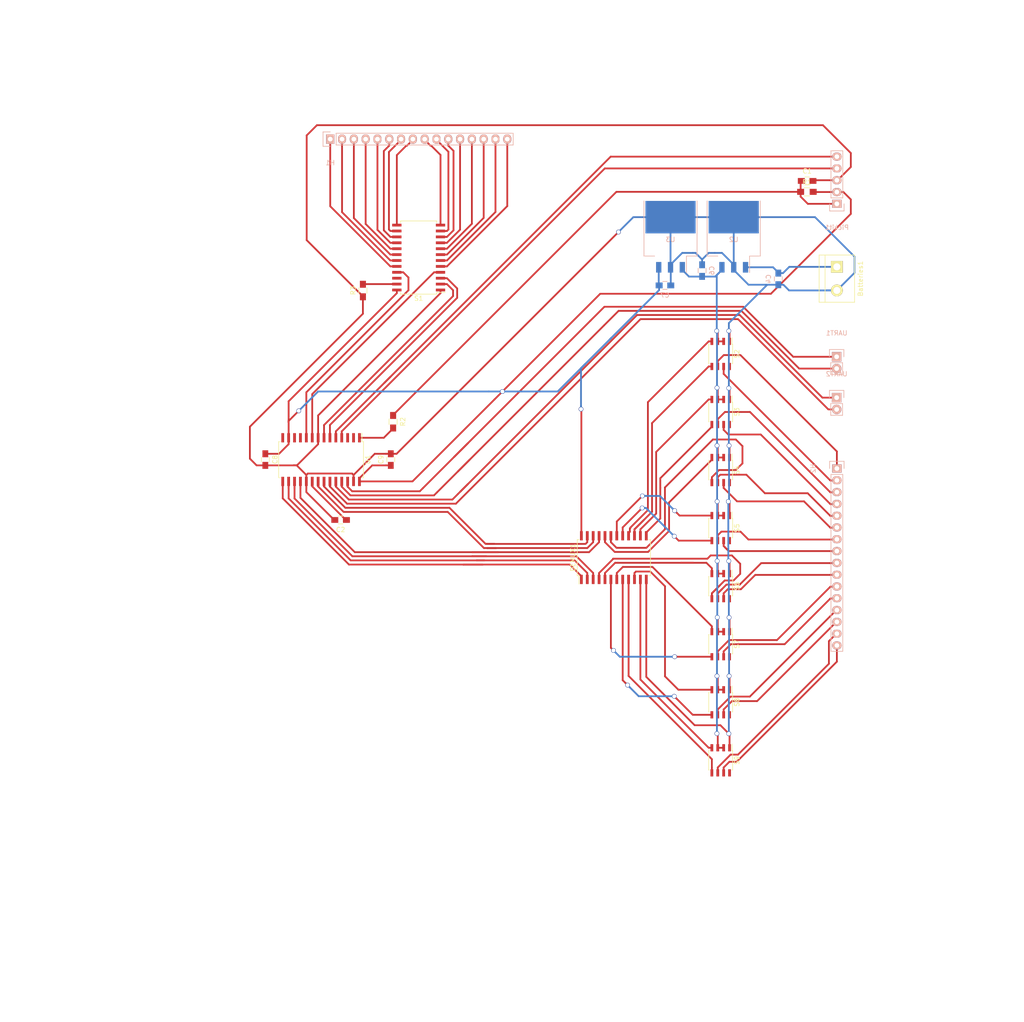
<source format=kicad_pcb>
(kicad_pcb (version 4) (host pcbnew "(2015-09-09 BZR 6175)-product")

  (general
    (links 125)
    (no_connects 0)
    (area 49.899999 -19.6 274.25 200.100001)
    (thickness 1.6)
    (drawings 6)
    (tracks 652)
    (zones 0)
    (modules 29)
    (nets 87)
  )

  (page A4)
  (layers
    (0 F.Cu signal)
    (31 B.Cu signal)
    (32 B.Adhes user)
    (33 F.Adhes user)
    (34 B.Paste user)
    (35 F.Paste user)
    (36 B.SilkS user)
    (37 F.SilkS user)
    (38 B.Mask user)
    (39 F.Mask user)
    (40 Dwgs.User user)
    (41 Cmts.User user)
    (42 Eco1.User user)
    (43 Eco2.User user)
    (44 Edge.Cuts user)
    (45 Margin user)
    (46 B.CrtYd user)
    (47 F.CrtYd user)
    (48 B.Fab user)
    (49 F.Fab user)
  )

  (setup
    (last_trace_width 0.25)
    (trace_clearance 0.2)
    (zone_clearance 0.508)
    (zone_45_only no)
    (trace_min 0.2)
    (segment_width 0.2)
    (edge_width 0.1)
    (via_size 0.6)
    (via_drill 0.4)
    (via_min_size 0.4)
    (via_min_drill 0.3)
    (uvia_size 0.3)
    (uvia_drill 0.1)
    (uvias_allowed no)
    (uvia_min_size 0)
    (uvia_min_drill 0)
    (pcb_text_width 0.3)
    (pcb_text_size 1.5 1.5)
    (mod_edge_width 0.15)
    (mod_text_size 1 1)
    (mod_text_width 0.15)
    (pad_size 1.5 1.5)
    (pad_drill 0.6)
    (pad_to_mask_clearance 0)
    (aux_axis_origin 0 0)
    (grid_origin 254 64.1)
    (visible_elements FFFFFF7F)
    (pcbplotparams
      (layerselection 0x3c000_00000001)
      (usegerberextensions false)
      (excludeedgelayer true)
      (linewidth 0.100000)
      (plotframeref false)
      (viasonmask false)
      (mode 1)
      (useauxorigin false)
      (hpglpennumber 1)
      (hpglpenspeed 20)
      (hpglpendiameter 15)
      (hpglpenoverlay 2)
      (psnegative false)
      (psa4output false)
      (plotreference true)
      (plotvalue true)
      (plotinvisibletext false)
      (padsonsilk false)
      (subtractmaskfromsilk false)
      (outputformat 1)
      (mirror false)
      (drillshape 0)
      (scaleselection 1)
      (outputdirectory ""))
  )

  (net 0 "")
  (net 1 +12V)
  (net 2 GND)
  (net 3 "Net-(C1-Pad1)")
  (net 4 "Net-(C2-Pad1)")
  (net 5 "Net-(DEMUX1-Pad4)")
  (net 6 "Net-(DEMUX1-Pad5)")
  (net 7 "Net-(DEMUX1-Pad6)")
  (net 8 "Net-(DEMUX1-Pad7)")
  (net 9 "Net-(DEMUX1-Pad8)")
  (net 10 "Net-(DEMUX1-Pad9)")
  (net 11 RB6)
  (net 12 RB7)
  (net 13 RB9)
  (net 14 RB8)
  (net 15 RB10)
  (net 16 "Net-(DEMUX1-Pad16)")
  (net 17 "Net-(DEMUX1-Pad17)")
  (net 18 "Net-(DEMUX1-Pad18)")
  (net 19 "Net-(DEMUX1-Pad19)")
  (net 20 "Net-(DEMUX1-Pad20)")
  (net 21 PGD)
  (net 22 PGC)
  (net 23 "Net-(R2-Pad2)")
  (net 24 "Net-(R3-Pad2)")
  (net 25 RB2)
  (net 26 RB3)
  (net 27 RA2)
  (net 28 RA3)
  (net 29 "Net-(S2-Pad8)")
  (net 30 "Net-(S3-Pad8)")
  (net 31 "Net-(S4-Pad8)")
  (net 32 "Net-(S5-Pad8)")
  (net 33 "Net-(S6-Pad8)")
  (net 34 "Net-(S7-Pad8)")
  (net 35 "Net-(S8-Pad8)")
  (net 36 "Net-(S9-Pad8)")
  (net 37 RA0)
  (net 38 RA1)
  (net 39 RB4)
  (net 40 "Net-(U1-Pad12)")
  (net 41 RB5)
  (net 42 RB11)
  (net 43 RB12)
  (net 44 RB13)
  (net 45 RB14)
  (net 46 RB15)
  (net 47 +5V)
  (net 48 +3.3V)
  (net 49 "Net-(DEMUX1-Pad10)")
  (net 50 "Net-(DEMUX1-Pad11)")
  (net 51 "Net-(DEMUX1-Pad13)")
  (net 52 "Net-(DEMUX1-Pad14)")
  (net 53 "Net-(DEMUX1-Pad15)")
  (net 54 "Net-(H1-Pad1)")
  (net 55 "Net-(H1-Pad2)")
  (net 56 "Net-(H1-Pad3)")
  (net 57 "Net-(H1-Pad4)")
  (net 58 "Net-(H1-Pad5)")
  (net 59 "Net-(H1-Pad6)")
  (net 60 "Net-(H1-Pad7)")
  (net 61 "Net-(H1-Pad8)")
  (net 62 "Net-(H1-Pad9)")
  (net 63 "Net-(H1-Pad10)")
  (net 64 "Net-(H1-Pad11)")
  (net 65 "Net-(H1-Pad12)")
  (net 66 "Net-(H1-Pad13)")
  (net 67 "Net-(H1-Pad14)")
  (net 68 "Net-(H1-Pad15)")
  (net 69 "Net-(H1-Pad16)")
  (net 70 "Net-(H2-Pad1)")
  (net 71 "Net-(H2-Pad2)")
  (net 72 "Net-(H2-Pad3)")
  (net 73 "Net-(H2-Pad4)")
  (net 74 "Net-(H2-Pad5)")
  (net 75 "Net-(H2-Pad6)")
  (net 76 "Net-(H2-Pad7)")
  (net 77 "Net-(H2-Pad8)")
  (net 78 "Net-(H2-Pad9)")
  (net 79 "Net-(H2-Pad10)")
  (net 80 "Net-(H2-Pad11)")
  (net 81 "Net-(H2-Pad12)")
  (net 82 "Net-(H2-Pad13)")
  (net 83 "Net-(H2-Pad14)")
  (net 84 "Net-(H2-Pad15)")
  (net 85 "Net-(H2-Pad16)")
  (net 86 "Net-(S1-Pad22)")

  (net_class Default "Ceci est la Netclass par défaut"
    (clearance 0.2)
    (trace_width 0.25)
    (via_dia 0.6)
    (via_drill 0.4)
    (uvia_dia 0.3)
    (uvia_drill 0.1)
    (add_net "Net-(S1-Pad22)")
  )

  (net_class "Pisa interm" ""
    (clearance 0.508)
    (trace_width 0.381)
    (via_dia 1)
    (via_drill 0.8)
    (uvia_dia 0.3)
    (uvia_drill 0.1)
    (add_net +12V)
    (add_net +3.3V)
    (add_net +5V)
    (add_net GND)
    (add_net "Net-(C1-Pad1)")
    (add_net "Net-(C2-Pad1)")
    (add_net "Net-(DEMUX1-Pad10)")
    (add_net "Net-(DEMUX1-Pad11)")
    (add_net "Net-(DEMUX1-Pad13)")
    (add_net "Net-(DEMUX1-Pad14)")
    (add_net "Net-(DEMUX1-Pad15)")
    (add_net "Net-(DEMUX1-Pad16)")
    (add_net "Net-(DEMUX1-Pad17)")
    (add_net "Net-(DEMUX1-Pad18)")
    (add_net "Net-(DEMUX1-Pad19)")
    (add_net "Net-(DEMUX1-Pad20)")
    (add_net "Net-(DEMUX1-Pad4)")
    (add_net "Net-(DEMUX1-Pad5)")
    (add_net "Net-(DEMUX1-Pad6)")
    (add_net "Net-(DEMUX1-Pad7)")
    (add_net "Net-(DEMUX1-Pad8)")
    (add_net "Net-(DEMUX1-Pad9)")
    (add_net "Net-(H1-Pad1)")
    (add_net "Net-(H1-Pad10)")
    (add_net "Net-(H1-Pad11)")
    (add_net "Net-(H1-Pad12)")
    (add_net "Net-(H1-Pad13)")
    (add_net "Net-(H1-Pad14)")
    (add_net "Net-(H1-Pad15)")
    (add_net "Net-(H1-Pad16)")
    (add_net "Net-(H1-Pad2)")
    (add_net "Net-(H1-Pad3)")
    (add_net "Net-(H1-Pad4)")
    (add_net "Net-(H1-Pad5)")
    (add_net "Net-(H1-Pad6)")
    (add_net "Net-(H1-Pad7)")
    (add_net "Net-(H1-Pad8)")
    (add_net "Net-(H1-Pad9)")
    (add_net "Net-(H2-Pad1)")
    (add_net "Net-(H2-Pad10)")
    (add_net "Net-(H2-Pad11)")
    (add_net "Net-(H2-Pad12)")
    (add_net "Net-(H2-Pad13)")
    (add_net "Net-(H2-Pad14)")
    (add_net "Net-(H2-Pad15)")
    (add_net "Net-(H2-Pad16)")
    (add_net "Net-(H2-Pad2)")
    (add_net "Net-(H2-Pad3)")
    (add_net "Net-(H2-Pad4)")
    (add_net "Net-(H2-Pad5)")
    (add_net "Net-(H2-Pad6)")
    (add_net "Net-(H2-Pad7)")
    (add_net "Net-(H2-Pad8)")
    (add_net "Net-(H2-Pad9)")
    (add_net "Net-(R2-Pad2)")
    (add_net "Net-(R3-Pad2)")
    (add_net "Net-(S2-Pad8)")
    (add_net "Net-(S3-Pad8)")
    (add_net "Net-(S4-Pad8)")
    (add_net "Net-(S5-Pad8)")
    (add_net "Net-(S6-Pad8)")
    (add_net "Net-(S7-Pad8)")
    (add_net "Net-(S8-Pad8)")
    (add_net "Net-(S9-Pad8)")
    (add_net "Net-(U1-Pad12)")
    (add_net PGC)
    (add_net PGD)
    (add_net RA0)
    (add_net RA1)
    (add_net RA2)
    (add_net RA3)
    (add_net RB10)
    (add_net RB11)
    (add_net RB12)
    (add_net RB13)
    (add_net RB14)
    (add_net RB15)
    (add_net RB2)
    (add_net RB3)
    (add_net RB4)
    (add_net RB5)
    (add_net RB6)
    (add_net RB7)
    (add_net RB8)
    (add_net RB9)
  )

  (net_class "Pisa min" ""
    (clearance 0.381)
    (trace_width 0.254)
    (via_dia 0.8)
    (via_drill 0.6)
    (uvia_dia 0.3)
    (uvia_drill 0.1)
  )

  (net_class "Pisa norm" ""
    (clearance 0.508)
    (trace_width 0.508)
    (via_dia 1)
    (via_drill 0.8)
    (uvia_dia 0.3)
    (uvia_drill 0.1)
  )

  (module Pin_Headers:Pin_Header_Straight_1x02 (layer B.Cu) (tedit 54EA090C) (tstamp 55F0B7E0)
    (at 229.95 56.86 180)
    (descr "Through hole pin header")
    (tags "pin header")
    (path /55F16F58)
    (fp_text reference UART1 (at 0 5.1 180) (layer B.SilkS)
      (effects (font (size 1 1) (thickness 0.15)) (justify mirror))
    )
    (fp_text value CONN_2 (at 0 3.1 180) (layer B.Fab)
      (effects (font (size 1 1) (thickness 0.15)) (justify mirror))
    )
    (fp_line (start 1.27 -1.27) (end 1.27 -3.81) (layer B.SilkS) (width 0.15))
    (fp_line (start 1.55 1.55) (end 1.55 0) (layer B.SilkS) (width 0.15))
    (fp_line (start -1.75 1.75) (end -1.75 -4.3) (layer B.CrtYd) (width 0.05))
    (fp_line (start 1.75 1.75) (end 1.75 -4.3) (layer B.CrtYd) (width 0.05))
    (fp_line (start -1.75 1.75) (end 1.75 1.75) (layer B.CrtYd) (width 0.05))
    (fp_line (start -1.75 -4.3) (end 1.75 -4.3) (layer B.CrtYd) (width 0.05))
    (fp_line (start 1.27 -1.27) (end -1.27 -1.27) (layer B.SilkS) (width 0.15))
    (fp_line (start -1.55 0) (end -1.55 1.55) (layer B.SilkS) (width 0.15))
    (fp_line (start -1.55 1.55) (end 1.55 1.55) (layer B.SilkS) (width 0.15))
    (fp_line (start -1.27 -1.27) (end -1.27 -3.81) (layer B.SilkS) (width 0.15))
    (fp_line (start -1.27 -3.81) (end 1.27 -3.81) (layer B.SilkS) (width 0.15))
    (pad 1 thru_hole rect (at 0 0 180) (size 2.032 2.032) (drill 1.016) (layers *.Cu *.Mask B.SilkS)
      (net 46 RB15))
    (pad 2 thru_hole oval (at 0 -2.54 180) (size 2.032 2.032) (drill 1.016) (layers *.Cu *.Mask B.SilkS)
      (net 45 RB14))
    (model Pin_Headers.3dshapes/Pin_Header_Straight_1x02.wrl
      (at (xyz 0 -0.05 0))
      (scale (xyz 1 1 1))
      (rotate (xyz 0 0 90))
    )
  )

  (module Capacitors_SMD:C_0805_HandSoldering (layer B.Cu) (tedit 541A9B8D) (tstamp 55F0B0E7)
    (at 217.4 40.1 270)
    (descr "Capacitor SMD 0805, hand soldering")
    (tags "capacitor 0805")
    (path /55F17C94)
    (attr smd)
    (fp_text reference C4 (at 0 2.1 270) (layer B.SilkS)
      (effects (font (size 1 1) (thickness 0.15)) (justify mirror))
    )
    (fp_text value 330nF (at 0 -2.1 270) (layer B.Fab)
      (effects (font (size 1 1) (thickness 0.15)) (justify mirror))
    )
    (fp_line (start -2.3 1) (end 2.3 1) (layer B.CrtYd) (width 0.05))
    (fp_line (start -2.3 -1) (end 2.3 -1) (layer B.CrtYd) (width 0.05))
    (fp_line (start -2.3 1) (end -2.3 -1) (layer B.CrtYd) (width 0.05))
    (fp_line (start 2.3 1) (end 2.3 -1) (layer B.CrtYd) (width 0.05))
    (fp_line (start 0.5 0.85) (end -0.5 0.85) (layer B.SilkS) (width 0.15))
    (fp_line (start -0.5 -0.85) (end 0.5 -0.85) (layer B.SilkS) (width 0.15))
    (pad 1 smd rect (at -1.25 0 270) (size 1.5 1.25) (layers B.Cu B.Paste B.Mask)
      (net 1 +12V))
    (pad 2 smd rect (at 1.25 0 270) (size 1.5 1.25) (layers B.Cu B.Paste B.Mask)
      (net 2 GND))
    (model Capacitors_SMD.3dshapes/C_0805_HandSoldering.wrl
      (at (xyz 0 0 0))
      (scale (xyz 1 1 1))
      (rotate (xyz 0 0 0))
    )
  )

  (module SMD_Packages:TO-263 (layer B.Cu) (tedit 55F35012) (tstamp 55F34EB7)
    (at 207.8 37.595 180)
    (path /55F3570D)
    (attr smd)
    (fp_text reference U2 (at 0 5.969 180) (layer B.SilkS)
      (effects (font (size 1 1) (thickness 0.15)) (justify mirror))
    )
    (fp_text value 7805 (at 0 3.937 180) (layer B.Fab)
      (effects (font (size 1 1) (thickness 0.15)) (justify mirror))
    )
    (fp_line (start 3.422 2.413) (end 5.715 2.413) (layer B.SilkS) (width 0.15))
    (fp_line (start -3.422 2.4003) (end -3.422 -1.143) (layer B.SilkS) (width 0.15))
    (fp_line (start -5.715 2.413) (end -5.715 14.294) (layer B.SilkS) (width 0.15))
    (fp_line (start 5.715 14.294) (end 5.715 2.413) (layer B.SilkS) (width 0.15))
    (fp_line (start -5.715 2.413) (end -3.422 2.413) (layer B.SilkS) (width 0.15))
    (pad GND smd rect (at 0 0 180) (size 1.143 2.286) (layers B.Cu B.Paste B.Mask)
      (net 2 GND))
    (pad GND smd rect (at 0 10.795 180) (size 10.80008 6.9977) (layers B.Cu B.Paste B.Mask)
      (net 2 GND))
    (pad VO smd rect (at 2.54 0 180) (size 1.143 2.286) (layers B.Cu B.Paste B.Mask)
      (net 47 +5V))
    (pad VI smd rect (at -2.54 0 180) (size 1.143 2.286) (layers B.Cu B.Paste B.Mask)
      (net 1 +12V))
  )

  (module SMD_Packages:TO-263 (layer B.Cu) (tedit 55F34FD5) (tstamp 55F34EBF)
    (at 194.2 37.595 180)
    (path /55F351EA)
    (attr smd)
    (fp_text reference U3 (at 0 5.969 180) (layer B.SilkS)
      (effects (font (size 1 1) (thickness 0.15)) (justify mirror))
    )
    (fp_text value LM2937-3.3 (at 0 3.937 180) (layer B.Fab)
      (effects (font (size 1 1) (thickness 0.15)) (justify mirror))
    )
    (fp_line (start 3.422 2.413) (end 5.715 2.413) (layer B.SilkS) (width 0.15))
    (fp_line (start -3.422 2.4003) (end -3.422 -1.143) (layer B.SilkS) (width 0.15))
    (fp_line (start -5.715 2.413) (end -5.715 14.294) (layer B.SilkS) (width 0.15))
    (fp_line (start 5.715 14.294) (end 5.715 2.413) (layer B.SilkS) (width 0.15))
    (fp_line (start -5.715 2.413) (end -3.422 2.413) (layer B.SilkS) (width 0.15))
    (pad GND smd rect (at 0 0 180) (size 1.143 2.286) (layers B.Cu B.Paste B.Mask)
      (net 2 GND))
    (pad GND smd rect (at 0 10.795 180) (size 10.80008 6.9977) (layers B.Cu B.Paste B.Mask)
      (net 2 GND))
    (pad VO smd rect (at 2.54 0 180) (size 1.143 2.286) (layers B.Cu B.Paste B.Mask)
      (net 48 +3.3V))
    (pad VI smd rect (at -2.54 0 180) (size 1.143 2.286) (layers B.Cu B.Paste B.Mask)
      (net 47 +5V))
  )

  (module Socket_Strips:Socket_Strip_Straight_1x16 (layer B.Cu) (tedit 0) (tstamp 55F2EB74)
    (at 230 80.92 270)
    (descr "Through hole socket strip")
    (tags "socket strip")
    (path /55F2EC70)
    (fp_text reference H2 (at 0 5.1 270) (layer B.SilkS)
      (effects (font (size 1 1) (thickness 0.15)) (justify mirror))
    )
    (fp_text value PinHeader (at 0 3.1 270) (layer B.Fab)
      (effects (font (size 1 1) (thickness 0.15)) (justify mirror))
    )
    (fp_line (start -1.75 1.75) (end -1.75 -1.75) (layer B.CrtYd) (width 0.05))
    (fp_line (start 39.85 1.75) (end 39.85 -1.75) (layer B.CrtYd) (width 0.05))
    (fp_line (start -1.75 1.75) (end 39.85 1.75) (layer B.CrtYd) (width 0.05))
    (fp_line (start -1.75 -1.75) (end 39.85 -1.75) (layer B.CrtYd) (width 0.05))
    (fp_line (start 1.27 1.27) (end 39.37 1.27) (layer B.SilkS) (width 0.15))
    (fp_line (start 39.37 1.27) (end 39.37 -1.27) (layer B.SilkS) (width 0.15))
    (fp_line (start 39.37 -1.27) (end 1.27 -1.27) (layer B.SilkS) (width 0.15))
    (fp_line (start -1.55 -1.55) (end 0 -1.55) (layer B.SilkS) (width 0.15))
    (fp_line (start 1.27 -1.27) (end 1.27 1.27) (layer B.SilkS) (width 0.15))
    (fp_line (start 0 1.55) (end -1.55 1.55) (layer B.SilkS) (width 0.15))
    (fp_line (start -1.55 1.55) (end -1.55 -1.55) (layer B.SilkS) (width 0.15))
    (pad 1 thru_hole rect (at 0 0 270) (size 1.7272 2.032) (drill 1.016) (layers *.Cu *.Mask B.SilkS)
      (net 70 "Net-(H2-Pad1)"))
    (pad 2 thru_hole oval (at 2.54 0 270) (size 1.7272 2.032) (drill 1.016) (layers *.Cu *.Mask B.SilkS)
      (net 71 "Net-(H2-Pad2)"))
    (pad 3 thru_hole oval (at 5.08 0 270) (size 1.7272 2.032) (drill 1.016) (layers *.Cu *.Mask B.SilkS)
      (net 72 "Net-(H2-Pad3)"))
    (pad 4 thru_hole oval (at 7.62 0 270) (size 1.7272 2.032) (drill 1.016) (layers *.Cu *.Mask B.SilkS)
      (net 73 "Net-(H2-Pad4)"))
    (pad 5 thru_hole oval (at 10.16 0 270) (size 1.7272 2.032) (drill 1.016) (layers *.Cu *.Mask B.SilkS)
      (net 74 "Net-(H2-Pad5)"))
    (pad 6 thru_hole oval (at 12.7 0 270) (size 1.7272 2.032) (drill 1.016) (layers *.Cu *.Mask B.SilkS)
      (net 75 "Net-(H2-Pad6)"))
    (pad 7 thru_hole oval (at 15.24 0 270) (size 1.7272 2.032) (drill 1.016) (layers *.Cu *.Mask B.SilkS)
      (net 76 "Net-(H2-Pad7)"))
    (pad 8 thru_hole oval (at 17.78 0 270) (size 1.7272 2.032) (drill 1.016) (layers *.Cu *.Mask B.SilkS)
      (net 77 "Net-(H2-Pad8)"))
    (pad 9 thru_hole oval (at 20.32 0 270) (size 1.7272 2.032) (drill 1.016) (layers *.Cu *.Mask B.SilkS)
      (net 78 "Net-(H2-Pad9)"))
    (pad 10 thru_hole oval (at 22.86 0 270) (size 1.7272 2.032) (drill 1.016) (layers *.Cu *.Mask B.SilkS)
      (net 79 "Net-(H2-Pad10)"))
    (pad 11 thru_hole oval (at 25.4 0 270) (size 1.7272 2.032) (drill 1.016) (layers *.Cu *.Mask B.SilkS)
      (net 80 "Net-(H2-Pad11)"))
    (pad 12 thru_hole oval (at 27.94 0 270) (size 1.7272 2.032) (drill 1.016) (layers *.Cu *.Mask B.SilkS)
      (net 81 "Net-(H2-Pad12)"))
    (pad 13 thru_hole oval (at 30.48 0 270) (size 1.7272 2.032) (drill 1.016) (layers *.Cu *.Mask B.SilkS)
      (net 82 "Net-(H2-Pad13)"))
    (pad 14 thru_hole oval (at 33.02 0 270) (size 1.7272 2.032) (drill 1.016) (layers *.Cu *.Mask B.SilkS)
      (net 83 "Net-(H2-Pad14)"))
    (pad 15 thru_hole oval (at 35.56 0 270) (size 1.7272 2.032) (drill 1.016) (layers *.Cu *.Mask B.SilkS)
      (net 84 "Net-(H2-Pad15)"))
    (pad 16 thru_hole oval (at 38.1 0 270) (size 1.7272 2.032) (drill 1.016) (layers *.Cu *.Mask B.SilkS)
      (net 85 "Net-(H2-Pad16)"))
    (model Socket_Strips.3dshapes/Socket_Strip_Straight_1x16.wrl
      (at (xyz 0.75 0 0))
      (scale (xyz 1 1 1))
      (rotate (xyz 0 0 180))
    )
  )

  (module Housings_SOIC:SOIC-8_3.9x4.9mm_Pitch1.27mm (layer F.Cu) (tedit 54130A77) (tstamp 55F0B764)
    (at 205 68.75 270)
    (descr "8-Lead Plastic Small Outline (SN) - Narrow, 3.90 mm Body [SOIC] (see Microchip Packaging Specification 00000049BS.pdf)")
    (tags "SOIC 1.27")
    (path /55F25084)
    (attr smd)
    (fp_text reference S3 (at 0 -3.5 270) (layer F.SilkS)
      (effects (font (size 1 1) (thickness 0.15)))
    )
    (fp_text value TPS2080 (at 0 3.5 270) (layer F.Fab)
      (effects (font (size 1 1) (thickness 0.15)))
    )
    (fp_line (start -3.75 -2.75) (end -3.75 2.75) (layer F.CrtYd) (width 0.05))
    (fp_line (start 3.75 -2.75) (end 3.75 2.75) (layer F.CrtYd) (width 0.05))
    (fp_line (start -3.75 -2.75) (end 3.75 -2.75) (layer F.CrtYd) (width 0.05))
    (fp_line (start -3.75 2.75) (end 3.75 2.75) (layer F.CrtYd) (width 0.05))
    (fp_line (start -2.075 -2.575) (end -2.075 -2.43) (layer F.SilkS) (width 0.15))
    (fp_line (start 2.075 -2.575) (end 2.075 -2.43) (layer F.SilkS) (width 0.15))
    (fp_line (start 2.075 2.575) (end 2.075 2.43) (layer F.SilkS) (width 0.15))
    (fp_line (start -2.075 2.575) (end -2.075 2.43) (layer F.SilkS) (width 0.15))
    (fp_line (start -2.075 -2.575) (end 2.075 -2.575) (layer F.SilkS) (width 0.15))
    (fp_line (start -2.075 2.575) (end 2.075 2.575) (layer F.SilkS) (width 0.15))
    (fp_line (start -2.075 -2.43) (end -3.475 -2.43) (layer F.SilkS) (width 0.15))
    (pad 1 smd rect (at -2.7 -1.905 270) (size 1.55 0.6) (layers F.Cu F.Paste F.Mask)
      (net 2 GND))
    (pad 2 smd rect (at -2.7 -0.635 270) (size 1.55 0.6) (layers F.Cu F.Paste F.Mask)
      (net 47 +5V))
    (pad 3 smd rect (at -2.7 0.635 270) (size 1.55 0.6) (layers F.Cu F.Paste F.Mask)
      (net 47 +5V))
    (pad 4 smd rect (at -2.7 1.905 270) (size 1.55 0.6) (layers F.Cu F.Paste F.Mask)
      (net 52 "Net-(DEMUX1-Pad14)"))
    (pad 5 smd rect (at 2.7 1.905 270) (size 1.55 0.6) (layers F.Cu F.Paste F.Mask)
      (net 51 "Net-(DEMUX1-Pad13)"))
    (pad 6 smd rect (at 2.7 0.635 270) (size 1.55 0.6) (layers F.Cu F.Paste F.Mask)
      (net 72 "Net-(H2-Pad3)"))
    (pad 7 smd rect (at 2.7 -0.635 270) (size 1.55 0.6) (layers F.Cu F.Paste F.Mask)
      (net 73 "Net-(H2-Pad4)"))
    (pad 8 smd rect (at 2.7 -1.905 270) (size 1.55 0.6) (layers F.Cu F.Paste F.Mask)
      (net 30 "Net-(S3-Pad8)"))
    (model Housings_SOIC.3dshapes/SOIC-8_3.9x4.9mm_Pitch1.27mm.wrl
      (at (xyz 0 0 0))
      (scale (xyz 1 1 1))
      (rotate (xyz 0 0 0))
    )
  )

  (module Housings_SOIC:SOIC-8_3.9x4.9mm_Pitch1.27mm (layer F.Cu) (tedit 54130A77) (tstamp 55F0B788)
    (at 205 106.25 270)
    (descr "8-Lead Plastic Small Outline (SN) - Narrow, 3.90 mm Body [SOIC] (see Microchip Packaging Specification 00000049BS.pdf)")
    (tags "SOIC 1.27")
    (path /55F22DDD)
    (attr smd)
    (fp_text reference S6 (at 0 -3.5 270) (layer F.SilkS)
      (effects (font (size 1 1) (thickness 0.15)))
    )
    (fp_text value TPS2080 (at 0 3.5 270) (layer F.Fab)
      (effects (font (size 1 1) (thickness 0.15)))
    )
    (fp_line (start -3.75 -2.75) (end -3.75 2.75) (layer F.CrtYd) (width 0.05))
    (fp_line (start 3.75 -2.75) (end 3.75 2.75) (layer F.CrtYd) (width 0.05))
    (fp_line (start -3.75 -2.75) (end 3.75 -2.75) (layer F.CrtYd) (width 0.05))
    (fp_line (start -3.75 2.75) (end 3.75 2.75) (layer F.CrtYd) (width 0.05))
    (fp_line (start -2.075 -2.575) (end -2.075 -2.43) (layer F.SilkS) (width 0.15))
    (fp_line (start 2.075 -2.575) (end 2.075 -2.43) (layer F.SilkS) (width 0.15))
    (fp_line (start 2.075 2.575) (end 2.075 2.43) (layer F.SilkS) (width 0.15))
    (fp_line (start -2.075 2.575) (end -2.075 2.43) (layer F.SilkS) (width 0.15))
    (fp_line (start -2.075 -2.575) (end 2.075 -2.575) (layer F.SilkS) (width 0.15))
    (fp_line (start -2.075 2.575) (end 2.075 2.575) (layer F.SilkS) (width 0.15))
    (fp_line (start -2.075 -2.43) (end -3.475 -2.43) (layer F.SilkS) (width 0.15))
    (pad 1 smd rect (at -2.7 -1.905 270) (size 1.55 0.6) (layers F.Cu F.Paste F.Mask)
      (net 2 GND))
    (pad 2 smd rect (at -2.7 -0.635 270) (size 1.55 0.6) (layers F.Cu F.Paste F.Mask)
      (net 47 +5V))
    (pad 3 smd rect (at -2.7 0.635 270) (size 1.55 0.6) (layers F.Cu F.Paste F.Mask)
      (net 47 +5V))
    (pad 4 smd rect (at -2.7 1.905 270) (size 1.55 0.6) (layers F.Cu F.Paste F.Mask)
      (net 6 "Net-(DEMUX1-Pad5)"))
    (pad 5 smd rect (at 2.7 1.905 270) (size 1.55 0.6) (layers F.Cu F.Paste F.Mask)
      (net 5 "Net-(DEMUX1-Pad4)"))
    (pad 6 smd rect (at 2.7 0.635 270) (size 1.55 0.6) (layers F.Cu F.Paste F.Mask)
      (net 78 "Net-(H2-Pad9)"))
    (pad 7 smd rect (at 2.7 -0.635 270) (size 1.55 0.6) (layers F.Cu F.Paste F.Mask)
      (net 79 "Net-(H2-Pad10)"))
    (pad 8 smd rect (at 2.7 -1.905 270) (size 1.55 0.6) (layers F.Cu F.Paste F.Mask)
      (net 33 "Net-(S6-Pad8)"))
    (model Housings_SOIC.3dshapes/SOIC-8_3.9x4.9mm_Pitch1.27mm.wrl
      (at (xyz 0 0 0))
      (scale (xyz 1 1 1))
      (rotate (xyz 0 0 0))
    )
  )

  (module Housings_SOIC:SOIC-24_7.5x15.4mm_Pitch1.27mm (layer F.Cu) (tedit 54130A77) (tstamp 55F0B74C)
    (at 140 35.5 180)
    (descr "24-Lead Plastic Small Outline (SO) - Wide, 7.50 mm Body [SOIC] (see Microchip Packaging Specification 00000049BS.pdf)")
    (tags "SOIC 1.27")
    (path /55F055FB)
    (attr smd)
    (fp_text reference S1 (at 0 -8.8 180) (layer F.SilkS)
      (effects (font (size 1 1) (thickness 0.15)))
    )
    (fp_text value CAT4016 (at 0 8.8 180) (layer F.Fab)
      (effects (font (size 1 1) (thickness 0.15)))
    )
    (fp_line (start -5.95 -8.05) (end -5.95 8.05) (layer F.CrtYd) (width 0.05))
    (fp_line (start 5.95 -8.05) (end 5.95 8.05) (layer F.CrtYd) (width 0.05))
    (fp_line (start -5.95 -8.05) (end 5.95 -8.05) (layer F.CrtYd) (width 0.05))
    (fp_line (start -5.95 8.05) (end 5.95 8.05) (layer F.CrtYd) (width 0.05))
    (fp_line (start -3.875 -7.875) (end -3.875 -7.51) (layer F.SilkS) (width 0.15))
    (fp_line (start 3.875 -7.875) (end 3.875 -7.51) (layer F.SilkS) (width 0.15))
    (fp_line (start 3.875 7.875) (end 3.875 7.51) (layer F.SilkS) (width 0.15))
    (fp_line (start -3.875 7.875) (end -3.875 7.51) (layer F.SilkS) (width 0.15))
    (fp_line (start -3.875 -7.875) (end 3.875 -7.875) (layer F.SilkS) (width 0.15))
    (fp_line (start -3.875 7.875) (end 3.875 7.875) (layer F.SilkS) (width 0.15))
    (fp_line (start -3.875 -7.51) (end -5.7 -7.51) (layer F.SilkS) (width 0.15))
    (pad 1 smd rect (at -4.7 -6.985 180) (size 2 0.6) (layers F.Cu F.Paste F.Mask)
      (net 2 GND))
    (pad 2 smd rect (at -4.7 -5.715 180) (size 2 0.6) (layers F.Cu F.Paste F.Mask)
      (net 26 RB3))
    (pad 3 smd rect (at -4.7 -4.445 180) (size 2 0.6) (layers F.Cu F.Paste F.Mask)
      (net 25 RB2))
    (pad 4 smd rect (at -4.7 -3.175 180) (size 2 0.6) (layers F.Cu F.Paste F.Mask)
      (net 27 RA2))
    (pad 5 smd rect (at -4.7 -1.905 180) (size 2 0.6) (layers F.Cu F.Paste F.Mask)
      (net 69 "Net-(H1-Pad16)"))
    (pad 6 smd rect (at -4.7 -0.635 180) (size 2 0.6) (layers F.Cu F.Paste F.Mask)
      (net 68 "Net-(H1-Pad15)"))
    (pad 7 smd rect (at -4.7 0.635 180) (size 2 0.6) (layers F.Cu F.Paste F.Mask)
      (net 67 "Net-(H1-Pad14)"))
    (pad 8 smd rect (at -4.7 1.905 180) (size 2 0.6) (layers F.Cu F.Paste F.Mask)
      (net 66 "Net-(H1-Pad13)"))
    (pad 9 smd rect (at -4.7 3.175 180) (size 2 0.6) (layers F.Cu F.Paste F.Mask)
      (net 65 "Net-(H1-Pad12)"))
    (pad 10 smd rect (at -4.7 4.445 180) (size 2 0.6) (layers F.Cu F.Paste F.Mask)
      (net 64 "Net-(H1-Pad11)"))
    (pad 11 smd rect (at -4.7 5.715 180) (size 2 0.6) (layers F.Cu F.Paste F.Mask)
      (net 63 "Net-(H1-Pad10)"))
    (pad 12 smd rect (at -4.7 6.985 180) (size 2 0.6) (layers F.Cu F.Paste F.Mask)
      (net 62 "Net-(H1-Pad9)"))
    (pad 13 smd rect (at 4.7 6.985 180) (size 2 0.6) (layers F.Cu F.Paste F.Mask)
      (net 61 "Net-(H1-Pad8)"))
    (pad 14 smd rect (at 4.7 5.715 180) (size 2 0.6) (layers F.Cu F.Paste F.Mask)
      (net 60 "Net-(H1-Pad7)"))
    (pad 15 smd rect (at 4.7 4.445 180) (size 2 0.6) (layers F.Cu F.Paste F.Mask)
      (net 59 "Net-(H1-Pad6)"))
    (pad 16 smd rect (at 4.7 3.175 180) (size 2 0.6) (layers F.Cu F.Paste F.Mask)
      (net 58 "Net-(H1-Pad5)"))
    (pad 17 smd rect (at 4.7 1.905 180) (size 2 0.6) (layers F.Cu F.Paste F.Mask)
      (net 57 "Net-(H1-Pad4)"))
    (pad 18 smd rect (at 4.7 0.635 180) (size 2 0.6) (layers F.Cu F.Paste F.Mask)
      (net 56 "Net-(H1-Pad3)"))
    (pad 19 smd rect (at 4.7 -0.635 180) (size 2 0.6) (layers F.Cu F.Paste F.Mask)
      (net 55 "Net-(H1-Pad2)"))
    (pad 20 smd rect (at 4.7 -1.905 180) (size 2 0.6) (layers F.Cu F.Paste F.Mask)
      (net 54 "Net-(H1-Pad1)"))
    (pad 21 smd rect (at 4.7 -3.175 180) (size 2 0.6) (layers F.Cu F.Paste F.Mask)
      (net 28 RA3))
    (pad 22 smd rect (at 4.7 -4.445 180) (size 2 0.6) (layers F.Cu F.Paste F.Mask)
      (net 86 "Net-(S1-Pad22)"))
    (pad 23 smd rect (at 4.7 -5.715 180) (size 2 0.6) (layers F.Cu F.Paste F.Mask)
      (net 24 "Net-(R3-Pad2)"))
    (pad 24 smd rect (at 4.7 -6.985 180) (size 2 0.6) (layers F.Cu F.Paste F.Mask)
      (net 48 +3.3V))
    (model Housings_SOIC.3dshapes/SOIC-24_7.5x15.4mm_Pitch1.27mm.wrl
      (at (xyz 0 0 0))
      (scale (xyz 1 1 1))
      (rotate (xyz 0 0 0))
    )
  )

  (module Housings_SOIC:SOIC-24_7.5x15.4mm_Pitch1.27mm (layer F.Cu) (tedit 54130A77) (tstamp 55F0B715)
    (at 182 100.1 90)
    (descr "24-Lead Plastic Small Outline (SO) - Wide, 7.50 mm Body [SOIC] (see Microchip Packaging Specification 00000049BS.pdf)")
    (tags "SOIC 1.27")
    (path /55F1EDC8)
    (attr smd)
    (fp_text reference DEMUX1 (at 0 -8.8 90) (layer F.SilkS)
      (effects (font (size 1 1) (thickness 0.15)))
    )
    (fp_text value 74HC4514 (at 0 8.8 90) (layer F.Fab)
      (effects (font (size 1 1) (thickness 0.15)))
    )
    (fp_line (start -5.95 -8.05) (end -5.95 8.05) (layer F.CrtYd) (width 0.05))
    (fp_line (start 5.95 -8.05) (end 5.95 8.05) (layer F.CrtYd) (width 0.05))
    (fp_line (start -5.95 -8.05) (end 5.95 -8.05) (layer F.CrtYd) (width 0.05))
    (fp_line (start -5.95 8.05) (end 5.95 8.05) (layer F.CrtYd) (width 0.05))
    (fp_line (start -3.875 -7.875) (end -3.875 -7.51) (layer F.SilkS) (width 0.15))
    (fp_line (start 3.875 -7.875) (end 3.875 -7.51) (layer F.SilkS) (width 0.15))
    (fp_line (start 3.875 7.875) (end 3.875 7.51) (layer F.SilkS) (width 0.15))
    (fp_line (start -3.875 7.875) (end -3.875 7.51) (layer F.SilkS) (width 0.15))
    (fp_line (start -3.875 -7.875) (end 3.875 -7.875) (layer F.SilkS) (width 0.15))
    (fp_line (start -3.875 7.875) (end 3.875 7.875) (layer F.SilkS) (width 0.15))
    (fp_line (start -3.875 -7.51) (end -5.7 -7.51) (layer F.SilkS) (width 0.15))
    (pad 1 smd rect (at -4.7 -6.985 90) (size 2 0.6) (layers F.Cu F.Paste F.Mask)
      (net 11 RB6))
    (pad 2 smd rect (at -4.7 -5.715 90) (size 2 0.6) (layers F.Cu F.Paste F.Mask)
      (net 12 RB7))
    (pad 3 smd rect (at -4.7 -4.445 90) (size 2 0.6) (layers F.Cu F.Paste F.Mask)
      (net 14 RB8))
    (pad 4 smd rect (at -4.7 -3.175 90) (size 2 0.6) (layers F.Cu F.Paste F.Mask)
      (net 5 "Net-(DEMUX1-Pad4)"))
    (pad 5 smd rect (at -4.7 -1.905 90) (size 2 0.6) (layers F.Cu F.Paste F.Mask)
      (net 6 "Net-(DEMUX1-Pad5)"))
    (pad 6 smd rect (at -4.7 -0.635 90) (size 2 0.6) (layers F.Cu F.Paste F.Mask)
      (net 7 "Net-(DEMUX1-Pad6)"))
    (pad 7 smd rect (at -4.7 0.635 90) (size 2 0.6) (layers F.Cu F.Paste F.Mask)
      (net 8 "Net-(DEMUX1-Pad7)"))
    (pad 8 smd rect (at -4.7 1.905 90) (size 2 0.6) (layers F.Cu F.Paste F.Mask)
      (net 9 "Net-(DEMUX1-Pad8)"))
    (pad 9 smd rect (at -4.7 3.175 90) (size 2 0.6) (layers F.Cu F.Paste F.Mask)
      (net 10 "Net-(DEMUX1-Pad9)"))
    (pad 10 smd rect (at -4.7 4.445 90) (size 2 0.6) (layers F.Cu F.Paste F.Mask)
      (net 49 "Net-(DEMUX1-Pad10)"))
    (pad 11 smd rect (at -4.7 5.715 90) (size 2 0.6) (layers F.Cu F.Paste F.Mask)
      (net 50 "Net-(DEMUX1-Pad11)"))
    (pad 12 smd rect (at -4.7 6.985 90) (size 2 0.6) (layers F.Cu F.Paste F.Mask)
      (net 2 GND))
    (pad 13 smd rect (at 4.7 6.985 90) (size 2 0.6) (layers F.Cu F.Paste F.Mask)
      (net 51 "Net-(DEMUX1-Pad13)"))
    (pad 14 smd rect (at 4.7 5.715 90) (size 2 0.6) (layers F.Cu F.Paste F.Mask)
      (net 52 "Net-(DEMUX1-Pad14)"))
    (pad 15 smd rect (at 4.7 4.445 90) (size 2 0.6) (layers F.Cu F.Paste F.Mask)
      (net 53 "Net-(DEMUX1-Pad15)"))
    (pad 16 smd rect (at 4.7 3.175 90) (size 2 0.6) (layers F.Cu F.Paste F.Mask)
      (net 16 "Net-(DEMUX1-Pad16)"))
    (pad 17 smd rect (at 4.7 1.905 90) (size 2 0.6) (layers F.Cu F.Paste F.Mask)
      (net 17 "Net-(DEMUX1-Pad17)"))
    (pad 18 smd rect (at 4.7 0.635 90) (size 2 0.6) (layers F.Cu F.Paste F.Mask)
      (net 18 "Net-(DEMUX1-Pad18)"))
    (pad 19 smd rect (at 4.7 -0.635 90) (size 2 0.6) (layers F.Cu F.Paste F.Mask)
      (net 19 "Net-(DEMUX1-Pad19)"))
    (pad 20 smd rect (at 4.7 -1.905 90) (size 2 0.6) (layers F.Cu F.Paste F.Mask)
      (net 20 "Net-(DEMUX1-Pad20)"))
    (pad 21 smd rect (at 4.7 -3.175 90) (size 2 0.6) (layers F.Cu F.Paste F.Mask)
      (net 13 RB9))
    (pad 22 smd rect (at 4.7 -4.445 90) (size 2 0.6) (layers F.Cu F.Paste F.Mask)
      (net 15 RB10))
    (pad 23 smd rect (at 4.7 -5.715 90) (size 2 0.6) (layers F.Cu F.Paste F.Mask)
      (net 42 RB11))
    (pad 24 smd rect (at 4.7 -6.985 90) (size 2 0.6) (layers F.Cu F.Paste F.Mask)
      (net 48 +3.3V))
    (model Housings_SOIC.3dshapes/SOIC-24_7.5x15.4mm_Pitch1.27mm.wrl
      (at (xyz 0 0 0))
      (scale (xyz 1 1 1))
      (rotate (xyz 0 0 0))
    )
  )

  (module Housings_SOIC:SOIC-28_7.5x17.9mm_Pitch1.27mm (layer F.Cu) (tedit 54130A77) (tstamp 55F0B7CC)
    (at 119 79 270)
    (descr "28-Lead Plastic Small Outline (SO) - Wide, 7.50 mm Body [SOIC] (see Microchip Packaging Specification 00000049BS.pdf)")
    (tags "SOIC 1.27")
    (path /55F03C4D)
    (attr smd)
    (fp_text reference U1 (at 0 -10.05 270) (layer F.SilkS)
      (effects (font (size 1 1) (thickness 0.15)))
    )
    (fp_text value dsPIC33FJ128MC802 (at 0 10.05 270) (layer F.Fab)
      (effects (font (size 1 1) (thickness 0.15)))
    )
    (fp_line (start -5.95 -9.3) (end -5.95 9.3) (layer F.CrtYd) (width 0.05))
    (fp_line (start 5.95 -9.3) (end 5.95 9.3) (layer F.CrtYd) (width 0.05))
    (fp_line (start -5.95 -9.3) (end 5.95 -9.3) (layer F.CrtYd) (width 0.05))
    (fp_line (start -5.95 9.3) (end 5.95 9.3) (layer F.CrtYd) (width 0.05))
    (fp_line (start -3.875 -9.125) (end -3.875 -8.78) (layer F.SilkS) (width 0.15))
    (fp_line (start 3.875 -9.125) (end 3.875 -8.78) (layer F.SilkS) (width 0.15))
    (fp_line (start 3.875 9.125) (end 3.875 8.78) (layer F.SilkS) (width 0.15))
    (fp_line (start -3.875 9.125) (end -3.875 8.78) (layer F.SilkS) (width 0.15))
    (fp_line (start -3.875 -9.125) (end 3.875 -9.125) (layer F.SilkS) (width 0.15))
    (fp_line (start -3.875 9.125) (end 3.875 9.125) (layer F.SilkS) (width 0.15))
    (fp_line (start -3.875 -8.78) (end -5.7 -8.78) (layer F.SilkS) (width 0.15))
    (pad 1 smd rect (at -4.7 -8.255 270) (size 2 0.6) (layers F.Cu F.Paste F.Mask)
      (net 23 "Net-(R2-Pad2)"))
    (pad 2 smd rect (at -4.7 -6.985 270) (size 2 0.6) (layers F.Cu F.Paste F.Mask)
      (net 37 RA0))
    (pad 3 smd rect (at -4.7 -5.715 270) (size 2 0.6) (layers F.Cu F.Paste F.Mask)
      (net 38 RA1))
    (pad 4 smd rect (at -4.7 -4.445 270) (size 2 0.6) (layers F.Cu F.Paste F.Mask)
      (net 21 PGD))
    (pad 5 smd rect (at -4.7 -3.175 270) (size 2 0.6) (layers F.Cu F.Paste F.Mask)
      (net 22 PGC))
    (pad 6 smd rect (at -4.7 -1.905 270) (size 2 0.6) (layers F.Cu F.Paste F.Mask)
      (net 25 RB2))
    (pad 7 smd rect (at -4.7 -0.635 270) (size 2 0.6) (layers F.Cu F.Paste F.Mask)
      (net 26 RB3))
    (pad 8 smd rect (at -4.7 0.635 270) (size 2 0.6) (layers F.Cu F.Paste F.Mask)
      (net 2 GND))
    (pad 9 smd rect (at -4.7 1.905 270) (size 2 0.6) (layers F.Cu F.Paste F.Mask)
      (net 27 RA2))
    (pad 10 smd rect (at -4.7 3.175 270) (size 2 0.6) (layers F.Cu F.Paste F.Mask)
      (net 28 RA3))
    (pad 11 smd rect (at -4.7 4.445 270) (size 2 0.6) (layers F.Cu F.Paste F.Mask)
      (net 39 RB4))
    (pad 12 smd rect (at -4.7 5.715 270) (size 2 0.6) (layers F.Cu F.Paste F.Mask)
      (net 40 "Net-(U1-Pad12)"))
    (pad 13 smd rect (at -4.7 6.985 270) (size 2 0.6) (layers F.Cu F.Paste F.Mask)
      (net 48 +3.3V))
    (pad 14 smd rect (at -4.7 8.255 270) (size 2 0.6) (layers F.Cu F.Paste F.Mask)
      (net 41 RB5))
    (pad 15 smd rect (at 4.7 8.255 270) (size 2 0.6) (layers F.Cu F.Paste F.Mask)
      (net 11 RB6))
    (pad 16 smd rect (at 4.7 6.985 270) (size 2 0.6) (layers F.Cu F.Paste F.Mask)
      (net 12 RB7))
    (pad 17 smd rect (at 4.7 5.715 270) (size 2 0.6) (layers F.Cu F.Paste F.Mask)
      (net 14 RB8))
    (pad 18 smd rect (at 4.7 4.445 270) (size 2 0.6) (layers F.Cu F.Paste F.Mask)
      (net 13 RB9))
    (pad 19 smd rect (at 4.7 3.175 270) (size 2 0.6) (layers F.Cu F.Paste F.Mask)
      (net 2 GND))
    (pad 20 smd rect (at 4.7 1.905 270) (size 2 0.6) (layers F.Cu F.Paste F.Mask)
      (net 4 "Net-(C2-Pad1)"))
    (pad 21 smd rect (at 4.7 0.635 270) (size 2 0.6) (layers F.Cu F.Paste F.Mask)
      (net 15 RB10))
    (pad 22 smd rect (at 4.7 -0.635 270) (size 2 0.6) (layers F.Cu F.Paste F.Mask)
      (net 42 RB11))
    (pad 23 smd rect (at 4.7 -1.905 270) (size 2 0.6) (layers F.Cu F.Paste F.Mask)
      (net 43 RB12))
    (pad 24 smd rect (at 4.7 -3.175 270) (size 2 0.6) (layers F.Cu F.Paste F.Mask)
      (net 44 RB13))
    (pad 25 smd rect (at 4.7 -4.445 270) (size 2 0.6) (layers F.Cu F.Paste F.Mask)
      (net 45 RB14))
    (pad 26 smd rect (at 4.7 -5.715 270) (size 2 0.6) (layers F.Cu F.Paste F.Mask)
      (net 46 RB15))
    (pad 27 smd rect (at 4.7 -6.985 270) (size 2 0.6) (layers F.Cu F.Paste F.Mask)
      (net 2 GND))
    (pad 28 smd rect (at 4.7 -8.255 270) (size 2 0.6) (layers F.Cu F.Paste F.Mask)
      (net 48 +3.3V))
    (model Housings_SOIC.3dshapes/SOIC-28_7.5x17.9mm_Pitch1.27mm.wrl
      (at (xyz 0 0 0))
      (scale (xyz 1 1 1))
      (rotate (xyz 0 0 0))
    )
  )

  (module Capacitors_SMD:C_0805_HandSoldering (layer B.Cu) (tedit 541A9B8D) (tstamp 55F0B0F9)
    (at 193 41.5)
    (descr "Capacitor SMD 0805, hand soldering")
    (tags "capacitor 0805")
    (path /55F1CDD1)
    (attr smd)
    (fp_text reference C7 (at 0 2.1) (layer B.SilkS)
      (effects (font (size 1 1) (thickness 0.15)) (justify mirror))
    )
    (fp_text value 10uF (at 0 -2.1) (layer B.Fab)
      (effects (font (size 1 1) (thickness 0.15)) (justify mirror))
    )
    (fp_line (start -2.3 1) (end 2.3 1) (layer B.CrtYd) (width 0.05))
    (fp_line (start -2.3 -1) (end 2.3 -1) (layer B.CrtYd) (width 0.05))
    (fp_line (start -2.3 1) (end -2.3 -1) (layer B.CrtYd) (width 0.05))
    (fp_line (start 2.3 1) (end 2.3 -1) (layer B.CrtYd) (width 0.05))
    (fp_line (start 0.5 0.85) (end -0.5 0.85) (layer B.SilkS) (width 0.15))
    (fp_line (start -0.5 -0.85) (end 0.5 -0.85) (layer B.SilkS) (width 0.15))
    (pad 1 smd rect (at -1.25 0) (size 1.5 1.25) (layers B.Cu B.Paste B.Mask)
      (net 48 +3.3V))
    (pad 2 smd rect (at 1.25 0) (size 1.5 1.25) (layers B.Cu B.Paste B.Mask)
      (net 2 GND))
    (model Capacitors_SMD.3dshapes/C_0805_HandSoldering.wrl
      (at (xyz 0 0 0))
      (scale (xyz 1 1 1))
      (rotate (xyz 0 0 0))
    )
  )

  (module Housings_SOIC:SOIC-8_3.9x4.9mm_Pitch1.27mm (layer F.Cu) (tedit 54130A77) (tstamp 55F0B794)
    (at 205 118.75 270)
    (descr "8-Lead Plastic Small Outline (SN) - Narrow, 3.90 mm Body [SOIC] (see Microchip Packaging Specification 00000049BS.pdf)")
    (tags "SOIC 1.27")
    (path /55F22DD7)
    (attr smd)
    (fp_text reference S7 (at 0 -3.5 270) (layer F.SilkS)
      (effects (font (size 1 1) (thickness 0.15)))
    )
    (fp_text value TPS2080 (at 0 3.5 270) (layer F.Fab)
      (effects (font (size 1 1) (thickness 0.15)))
    )
    (fp_line (start -3.75 -2.75) (end -3.75 2.75) (layer F.CrtYd) (width 0.05))
    (fp_line (start 3.75 -2.75) (end 3.75 2.75) (layer F.CrtYd) (width 0.05))
    (fp_line (start -3.75 -2.75) (end 3.75 -2.75) (layer F.CrtYd) (width 0.05))
    (fp_line (start -3.75 2.75) (end 3.75 2.75) (layer F.CrtYd) (width 0.05))
    (fp_line (start -2.075 -2.575) (end -2.075 -2.43) (layer F.SilkS) (width 0.15))
    (fp_line (start 2.075 -2.575) (end 2.075 -2.43) (layer F.SilkS) (width 0.15))
    (fp_line (start 2.075 2.575) (end 2.075 2.43) (layer F.SilkS) (width 0.15))
    (fp_line (start -2.075 2.575) (end -2.075 2.43) (layer F.SilkS) (width 0.15))
    (fp_line (start -2.075 -2.575) (end 2.075 -2.575) (layer F.SilkS) (width 0.15))
    (fp_line (start -2.075 2.575) (end 2.075 2.575) (layer F.SilkS) (width 0.15))
    (fp_line (start -2.075 -2.43) (end -3.475 -2.43) (layer F.SilkS) (width 0.15))
    (pad 1 smd rect (at -2.7 -1.905 270) (size 1.55 0.6) (layers F.Cu F.Paste F.Mask)
      (net 2 GND))
    (pad 2 smd rect (at -2.7 -0.635 270) (size 1.55 0.6) (layers F.Cu F.Paste F.Mask)
      (net 47 +5V))
    (pad 3 smd rect (at -2.7 0.635 270) (size 1.55 0.6) (layers F.Cu F.Paste F.Mask)
      (net 47 +5V))
    (pad 4 smd rect (at -2.7 1.905 270) (size 1.55 0.6) (layers F.Cu F.Paste F.Mask)
      (net 8 "Net-(DEMUX1-Pad7)"))
    (pad 5 smd rect (at 2.7 1.905 270) (size 1.55 0.6) (layers F.Cu F.Paste F.Mask)
      (net 7 "Net-(DEMUX1-Pad6)"))
    (pad 6 smd rect (at 2.7 0.635 270) (size 1.55 0.6) (layers F.Cu F.Paste F.Mask)
      (net 80 "Net-(H2-Pad11)"))
    (pad 7 smd rect (at 2.7 -0.635 270) (size 1.55 0.6) (layers F.Cu F.Paste F.Mask)
      (net 81 "Net-(H2-Pad12)"))
    (pad 8 smd rect (at 2.7 -1.905 270) (size 1.55 0.6) (layers F.Cu F.Paste F.Mask)
      (net 34 "Net-(S7-Pad8)"))
    (model Housings_SOIC.3dshapes/SOIC-8_3.9x4.9mm_Pitch1.27mm.wrl
      (at (xyz 0 0 0))
      (scale (xyz 1 1 1))
      (rotate (xyz 0 0 0))
    )
  )

  (module Housings_SOIC:SOIC-8_3.9x4.9mm_Pitch1.27mm (layer F.Cu) (tedit 54130A77) (tstamp 55F0B758)
    (at 205 56.25 270)
    (descr "8-Lead Plastic Small Outline (SN) - Narrow, 3.90 mm Body [SOIC] (see Microchip Packaging Specification 00000049BS.pdf)")
    (tags "SOIC 1.27")
    (path /55F2508A)
    (attr smd)
    (fp_text reference S2 (at 0 -3.5 270) (layer F.SilkS)
      (effects (font (size 1 1) (thickness 0.15)))
    )
    (fp_text value TPS2080 (at 0 3.5 270) (layer F.Fab)
      (effects (font (size 1 1) (thickness 0.15)))
    )
    (fp_line (start -3.75 -2.75) (end -3.75 2.75) (layer F.CrtYd) (width 0.05))
    (fp_line (start 3.75 -2.75) (end 3.75 2.75) (layer F.CrtYd) (width 0.05))
    (fp_line (start -3.75 -2.75) (end 3.75 -2.75) (layer F.CrtYd) (width 0.05))
    (fp_line (start -3.75 2.75) (end 3.75 2.75) (layer F.CrtYd) (width 0.05))
    (fp_line (start -2.075 -2.575) (end -2.075 -2.43) (layer F.SilkS) (width 0.15))
    (fp_line (start 2.075 -2.575) (end 2.075 -2.43) (layer F.SilkS) (width 0.15))
    (fp_line (start 2.075 2.575) (end 2.075 2.43) (layer F.SilkS) (width 0.15))
    (fp_line (start -2.075 2.575) (end -2.075 2.43) (layer F.SilkS) (width 0.15))
    (fp_line (start -2.075 -2.575) (end 2.075 -2.575) (layer F.SilkS) (width 0.15))
    (fp_line (start -2.075 2.575) (end 2.075 2.575) (layer F.SilkS) (width 0.15))
    (fp_line (start -2.075 -2.43) (end -3.475 -2.43) (layer F.SilkS) (width 0.15))
    (pad 1 smd rect (at -2.7 -1.905 270) (size 1.55 0.6) (layers F.Cu F.Paste F.Mask)
      (net 2 GND))
    (pad 2 smd rect (at -2.7 -0.635 270) (size 1.55 0.6) (layers F.Cu F.Paste F.Mask)
      (net 47 +5V))
    (pad 3 smd rect (at -2.7 0.635 270) (size 1.55 0.6) (layers F.Cu F.Paste F.Mask)
      (net 47 +5V))
    (pad 4 smd rect (at -2.7 1.905 270) (size 1.55 0.6) (layers F.Cu F.Paste F.Mask)
      (net 16 "Net-(DEMUX1-Pad16)"))
    (pad 5 smd rect (at 2.7 1.905 270) (size 1.55 0.6) (layers F.Cu F.Paste F.Mask)
      (net 53 "Net-(DEMUX1-Pad15)"))
    (pad 6 smd rect (at 2.7 0.635 270) (size 1.55 0.6) (layers F.Cu F.Paste F.Mask)
      (net 70 "Net-(H2-Pad1)"))
    (pad 7 smd rect (at 2.7 -0.635 270) (size 1.55 0.6) (layers F.Cu F.Paste F.Mask)
      (net 71 "Net-(H2-Pad2)"))
    (pad 8 smd rect (at 2.7 -1.905 270) (size 1.55 0.6) (layers F.Cu F.Paste F.Mask)
      (net 29 "Net-(S2-Pad8)"))
    (model Housings_SOIC.3dshapes/SOIC-8_3.9x4.9mm_Pitch1.27mm.wrl
      (at (xyz 0 0 0))
      (scale (xyz 1 1 1))
      (rotate (xyz 0 0 0))
    )
  )

  (module Housings_SOIC:SOIC-8_3.9x4.9mm_Pitch1.27mm (layer F.Cu) (tedit 54130A77) (tstamp 55F0B770)
    (at 205 81.25 270)
    (descr "8-Lead Plastic Small Outline (SN) - Narrow, 3.90 mm Body [SOIC] (see Microchip Packaging Specification 00000049BS.pdf)")
    (tags "SOIC 1.27")
    (path /55F2504E)
    (attr smd)
    (fp_text reference S4 (at 0 -3.5 270) (layer F.SilkS)
      (effects (font (size 1 1) (thickness 0.15)))
    )
    (fp_text value TPS2080 (at 0 3.5 270) (layer F.Fab)
      (effects (font (size 1 1) (thickness 0.15)))
    )
    (fp_line (start -3.75 -2.75) (end -3.75 2.75) (layer F.CrtYd) (width 0.05))
    (fp_line (start 3.75 -2.75) (end 3.75 2.75) (layer F.CrtYd) (width 0.05))
    (fp_line (start -3.75 -2.75) (end 3.75 -2.75) (layer F.CrtYd) (width 0.05))
    (fp_line (start -3.75 2.75) (end 3.75 2.75) (layer F.CrtYd) (width 0.05))
    (fp_line (start -2.075 -2.575) (end -2.075 -2.43) (layer F.SilkS) (width 0.15))
    (fp_line (start 2.075 -2.575) (end 2.075 -2.43) (layer F.SilkS) (width 0.15))
    (fp_line (start 2.075 2.575) (end 2.075 2.43) (layer F.SilkS) (width 0.15))
    (fp_line (start -2.075 2.575) (end -2.075 2.43) (layer F.SilkS) (width 0.15))
    (fp_line (start -2.075 -2.575) (end 2.075 -2.575) (layer F.SilkS) (width 0.15))
    (fp_line (start -2.075 2.575) (end 2.075 2.575) (layer F.SilkS) (width 0.15))
    (fp_line (start -2.075 -2.43) (end -3.475 -2.43) (layer F.SilkS) (width 0.15))
    (pad 1 smd rect (at -2.7 -1.905 270) (size 1.55 0.6) (layers F.Cu F.Paste F.Mask)
      (net 2 GND))
    (pad 2 smd rect (at -2.7 -0.635 270) (size 1.55 0.6) (layers F.Cu F.Paste F.Mask)
      (net 47 +5V))
    (pad 3 smd rect (at -2.7 0.635 270) (size 1.55 0.6) (layers F.Cu F.Paste F.Mask)
      (net 47 +5V))
    (pad 4 smd rect (at -2.7 1.905 270) (size 1.55 0.6) (layers F.Cu F.Paste F.Mask)
      (net 20 "Net-(DEMUX1-Pad20)"))
    (pad 5 smd rect (at 2.7 1.905 270) (size 1.55 0.6) (layers F.Cu F.Paste F.Mask)
      (net 19 "Net-(DEMUX1-Pad19)"))
    (pad 6 smd rect (at 2.7 0.635 270) (size 1.55 0.6) (layers F.Cu F.Paste F.Mask)
      (net 74 "Net-(H2-Pad5)"))
    (pad 7 smd rect (at 2.7 -0.635 270) (size 1.55 0.6) (layers F.Cu F.Paste F.Mask)
      (net 75 "Net-(H2-Pad6)"))
    (pad 8 smd rect (at 2.7 -1.905 270) (size 1.55 0.6) (layers F.Cu F.Paste F.Mask)
      (net 31 "Net-(S4-Pad8)"))
    (model Housings_SOIC.3dshapes/SOIC-8_3.9x4.9mm_Pitch1.27mm.wrl
      (at (xyz 0 0 0))
      (scale (xyz 1 1 1))
      (rotate (xyz 0 0 0))
    )
  )

  (module Housings_SOIC:SOIC-8_3.9x4.9mm_Pitch1.27mm (layer F.Cu) (tedit 54130A77) (tstamp 55F0B77C)
    (at 205 93.75 270)
    (descr "8-Lead Plastic Small Outline (SN) - Narrow, 3.90 mm Body [SOIC] (see Microchip Packaging Specification 00000049BS.pdf)")
    (tags "SOIC 1.27")
    (path /55F25048)
    (attr smd)
    (fp_text reference S5 (at 0 -3.5 270) (layer F.SilkS)
      (effects (font (size 1 1) (thickness 0.15)))
    )
    (fp_text value TPS2080 (at 0 3.5 270) (layer F.Fab)
      (effects (font (size 1 1) (thickness 0.15)))
    )
    (fp_line (start -3.75 -2.75) (end -3.75 2.75) (layer F.CrtYd) (width 0.05))
    (fp_line (start 3.75 -2.75) (end 3.75 2.75) (layer F.CrtYd) (width 0.05))
    (fp_line (start -3.75 -2.75) (end 3.75 -2.75) (layer F.CrtYd) (width 0.05))
    (fp_line (start -3.75 2.75) (end 3.75 2.75) (layer F.CrtYd) (width 0.05))
    (fp_line (start -2.075 -2.575) (end -2.075 -2.43) (layer F.SilkS) (width 0.15))
    (fp_line (start 2.075 -2.575) (end 2.075 -2.43) (layer F.SilkS) (width 0.15))
    (fp_line (start 2.075 2.575) (end 2.075 2.43) (layer F.SilkS) (width 0.15))
    (fp_line (start -2.075 2.575) (end -2.075 2.43) (layer F.SilkS) (width 0.15))
    (fp_line (start -2.075 -2.575) (end 2.075 -2.575) (layer F.SilkS) (width 0.15))
    (fp_line (start -2.075 2.575) (end 2.075 2.575) (layer F.SilkS) (width 0.15))
    (fp_line (start -2.075 -2.43) (end -3.475 -2.43) (layer F.SilkS) (width 0.15))
    (pad 1 smd rect (at -2.7 -1.905 270) (size 1.55 0.6) (layers F.Cu F.Paste F.Mask)
      (net 2 GND))
    (pad 2 smd rect (at -2.7 -0.635 270) (size 1.55 0.6) (layers F.Cu F.Paste F.Mask)
      (net 47 +5V))
    (pad 3 smd rect (at -2.7 0.635 270) (size 1.55 0.6) (layers F.Cu F.Paste F.Mask)
      (net 47 +5V))
    (pad 4 smd rect (at -2.7 1.905 270) (size 1.55 0.6) (layers F.Cu F.Paste F.Mask)
      (net 18 "Net-(DEMUX1-Pad18)"))
    (pad 5 smd rect (at 2.7 1.905 270) (size 1.55 0.6) (layers F.Cu F.Paste F.Mask)
      (net 17 "Net-(DEMUX1-Pad17)"))
    (pad 6 smd rect (at 2.7 0.635 270) (size 1.55 0.6) (layers F.Cu F.Paste F.Mask)
      (net 76 "Net-(H2-Pad7)"))
    (pad 7 smd rect (at 2.7 -0.635 270) (size 1.55 0.6) (layers F.Cu F.Paste F.Mask)
      (net 77 "Net-(H2-Pad8)"))
    (pad 8 smd rect (at 2.7 -1.905 270) (size 1.55 0.6) (layers F.Cu F.Paste F.Mask)
      (net 32 "Net-(S5-Pad8)"))
    (model Housings_SOIC.3dshapes/SOIC-8_3.9x4.9mm_Pitch1.27mm.wrl
      (at (xyz 0 0 0))
      (scale (xyz 1 1 1))
      (rotate (xyz 0 0 0))
    )
  )

  (module Housings_SOIC:SOIC-8_3.9x4.9mm_Pitch1.27mm (layer F.Cu) (tedit 54130A77) (tstamp 55F0B7A0)
    (at 205 131.25 270)
    (descr "8-Lead Plastic Small Outline (SN) - Narrow, 3.90 mm Body [SOIC] (see Microchip Packaging Specification 00000049BS.pdf)")
    (tags "SOIC 1.27")
    (path /55F20D05)
    (attr smd)
    (fp_text reference S8 (at 0 -3.5 270) (layer F.SilkS)
      (effects (font (size 1 1) (thickness 0.15)))
    )
    (fp_text value TPS2080 (at 0 3.5 270) (layer F.Fab)
      (effects (font (size 1 1) (thickness 0.15)))
    )
    (fp_line (start -3.75 -2.75) (end -3.75 2.75) (layer F.CrtYd) (width 0.05))
    (fp_line (start 3.75 -2.75) (end 3.75 2.75) (layer F.CrtYd) (width 0.05))
    (fp_line (start -3.75 -2.75) (end 3.75 -2.75) (layer F.CrtYd) (width 0.05))
    (fp_line (start -3.75 2.75) (end 3.75 2.75) (layer F.CrtYd) (width 0.05))
    (fp_line (start -2.075 -2.575) (end -2.075 -2.43) (layer F.SilkS) (width 0.15))
    (fp_line (start 2.075 -2.575) (end 2.075 -2.43) (layer F.SilkS) (width 0.15))
    (fp_line (start 2.075 2.575) (end 2.075 2.43) (layer F.SilkS) (width 0.15))
    (fp_line (start -2.075 2.575) (end -2.075 2.43) (layer F.SilkS) (width 0.15))
    (fp_line (start -2.075 -2.575) (end 2.075 -2.575) (layer F.SilkS) (width 0.15))
    (fp_line (start -2.075 2.575) (end 2.075 2.575) (layer F.SilkS) (width 0.15))
    (fp_line (start -2.075 -2.43) (end -3.475 -2.43) (layer F.SilkS) (width 0.15))
    (pad 1 smd rect (at -2.7 -1.905 270) (size 1.55 0.6) (layers F.Cu F.Paste F.Mask)
      (net 2 GND))
    (pad 2 smd rect (at -2.7 -0.635 270) (size 1.55 0.6) (layers F.Cu F.Paste F.Mask)
      (net 47 +5V))
    (pad 3 smd rect (at -2.7 0.635 270) (size 1.55 0.6) (layers F.Cu F.Paste F.Mask)
      (net 47 +5V))
    (pad 4 smd rect (at -2.7 1.905 270) (size 1.55 0.6) (layers F.Cu F.Paste F.Mask)
      (net 49 "Net-(DEMUX1-Pad10)"))
    (pad 5 smd rect (at 2.7 1.905 270) (size 1.55 0.6) (layers F.Cu F.Paste F.Mask)
      (net 9 "Net-(DEMUX1-Pad8)"))
    (pad 6 smd rect (at 2.7 0.635 270) (size 1.55 0.6) (layers F.Cu F.Paste F.Mask)
      (net 82 "Net-(H2-Pad13)"))
    (pad 7 smd rect (at 2.7 -0.635 270) (size 1.55 0.6) (layers F.Cu F.Paste F.Mask)
      (net 83 "Net-(H2-Pad14)"))
    (pad 8 smd rect (at 2.7 -1.905 270) (size 1.55 0.6) (layers F.Cu F.Paste F.Mask)
      (net 35 "Net-(S8-Pad8)"))
    (model Housings_SOIC.3dshapes/SOIC-8_3.9x4.9mm_Pitch1.27mm.wrl
      (at (xyz 0 0 0))
      (scale (xyz 1 1 1))
      (rotate (xyz 0 0 0))
    )
  )

  (module Housings_SOIC:SOIC-8_3.9x4.9mm_Pitch1.27mm (layer F.Cu) (tedit 54130A77) (tstamp 55F0B7AC)
    (at 205 143.75 270)
    (descr "8-Lead Plastic Small Outline (SN) - Narrow, 3.90 mm Body [SOIC] (see Microchip Packaging Specification 00000049BS.pdf)")
    (tags "SOIC 1.27")
    (path /55F20AC4)
    (attr smd)
    (fp_text reference S9 (at 0 -3.5 270) (layer F.SilkS)
      (effects (font (size 1 1) (thickness 0.15)))
    )
    (fp_text value TPS2080 (at 0 3.5 270) (layer F.Fab)
      (effects (font (size 1 1) (thickness 0.15)))
    )
    (fp_line (start -3.75 -2.75) (end -3.75 2.75) (layer F.CrtYd) (width 0.05))
    (fp_line (start 3.75 -2.75) (end 3.75 2.75) (layer F.CrtYd) (width 0.05))
    (fp_line (start -3.75 -2.75) (end 3.75 -2.75) (layer F.CrtYd) (width 0.05))
    (fp_line (start -3.75 2.75) (end 3.75 2.75) (layer F.CrtYd) (width 0.05))
    (fp_line (start -2.075 -2.575) (end -2.075 -2.43) (layer F.SilkS) (width 0.15))
    (fp_line (start 2.075 -2.575) (end 2.075 -2.43) (layer F.SilkS) (width 0.15))
    (fp_line (start 2.075 2.575) (end 2.075 2.43) (layer F.SilkS) (width 0.15))
    (fp_line (start -2.075 2.575) (end -2.075 2.43) (layer F.SilkS) (width 0.15))
    (fp_line (start -2.075 -2.575) (end 2.075 -2.575) (layer F.SilkS) (width 0.15))
    (fp_line (start -2.075 2.575) (end 2.075 2.575) (layer F.SilkS) (width 0.15))
    (fp_line (start -2.075 -2.43) (end -3.475 -2.43) (layer F.SilkS) (width 0.15))
    (pad 1 smd rect (at -2.7 -1.905 270) (size 1.55 0.6) (layers F.Cu F.Paste F.Mask)
      (net 2 GND))
    (pad 2 smd rect (at -2.7 -0.635 270) (size 1.55 0.6) (layers F.Cu F.Paste F.Mask)
      (net 47 +5V))
    (pad 3 smd rect (at -2.7 0.635 270) (size 1.55 0.6) (layers F.Cu F.Paste F.Mask)
      (net 47 +5V))
    (pad 4 smd rect (at -2.7 1.905 270) (size 1.55 0.6) (layers F.Cu F.Paste F.Mask)
      (net 50 "Net-(DEMUX1-Pad11)"))
    (pad 5 smd rect (at 2.7 1.905 270) (size 1.55 0.6) (layers F.Cu F.Paste F.Mask)
      (net 10 "Net-(DEMUX1-Pad9)"))
    (pad 6 smd rect (at 2.7 0.635 270) (size 1.55 0.6) (layers F.Cu F.Paste F.Mask)
      (net 84 "Net-(H2-Pad15)"))
    (pad 7 smd rect (at 2.7 -0.635 270) (size 1.55 0.6) (layers F.Cu F.Paste F.Mask)
      (net 85 "Net-(H2-Pad16)"))
    (pad 8 smd rect (at 2.7 -1.905 270) (size 1.55 0.6) (layers F.Cu F.Paste F.Mask)
      (net 36 "Net-(S9-Pad8)"))
    (model Housings_SOIC.3dshapes/SOIC-8_3.9x4.9mm_Pitch1.27mm.wrl
      (at (xyz 0 0 0))
      (scale (xyz 1 1 1))
      (rotate (xyz 0 0 0))
    )
  )

  (module Connect:bornier2 (layer F.Cu) (tedit 0) (tstamp 55F0B0CF)
    (at 230 40.04 270)
    (descr "Bornier d'alimentation 2 pins")
    (tags DEV)
    (path /55F28374)
    (fp_text reference Batteries1 (at 0 -5.08 270) (layer F.SilkS)
      (effects (font (size 1 1) (thickness 0.15)))
    )
    (fp_text value CONN_2 (at 0 5.08 270) (layer F.Fab)
      (effects (font (size 1 1) (thickness 0.15)))
    )
    (fp_line (start 5.08 2.54) (end -5.08 2.54) (layer F.SilkS) (width 0.15))
    (fp_line (start 5.08 3.81) (end 5.08 -3.81) (layer F.SilkS) (width 0.15))
    (fp_line (start 5.08 -3.81) (end -5.08 -3.81) (layer F.SilkS) (width 0.15))
    (fp_line (start -5.08 -3.81) (end -5.08 3.81) (layer F.SilkS) (width 0.15))
    (fp_line (start -5.08 3.81) (end 5.08 3.81) (layer F.SilkS) (width 0.15))
    (pad 1 thru_hole rect (at -2.54 0 270) (size 2.54 2.54) (drill 1.524) (layers *.Cu *.Mask F.SilkS)
      (net 1 +12V))
    (pad 2 thru_hole circle (at 2.54 0 270) (size 2.54 2.54) (drill 1.524) (layers *.Cu *.Mask F.SilkS)
      (net 2 GND))
    (model Connect.3dshapes/bornier2.wrl
      (at (xyz 0 0 0))
      (scale (xyz 1 1 1))
      (rotate (xyz 0 0 0))
    )
  )

  (module Capacitors_SMD:C_0805_HandSoldering (layer F.Cu) (tedit 541A9B8D) (tstamp 55F0B0D5)
    (at 223.6 19)
    (descr "Capacitor SMD 0805, hand soldering")
    (tags "capacitor 0805")
    (path /55F123A1)
    (attr smd)
    (fp_text reference C1 (at 0 -2.1) (layer F.SilkS)
      (effects (font (size 1 1) (thickness 0.15)))
    )
    (fp_text value 100nF (at 0 2.1) (layer F.Fab)
      (effects (font (size 1 1) (thickness 0.15)))
    )
    (fp_line (start -2.3 -1) (end 2.3 -1) (layer F.CrtYd) (width 0.05))
    (fp_line (start -2.3 1) (end 2.3 1) (layer F.CrtYd) (width 0.05))
    (fp_line (start -2.3 -1) (end -2.3 1) (layer F.CrtYd) (width 0.05))
    (fp_line (start 2.3 -1) (end 2.3 1) (layer F.CrtYd) (width 0.05))
    (fp_line (start 0.5 -0.85) (end -0.5 -0.85) (layer F.SilkS) (width 0.15))
    (fp_line (start -0.5 0.85) (end 0.5 0.85) (layer F.SilkS) (width 0.15))
    (pad 1 smd rect (at -1.25 0) (size 1.5 1.25) (layers F.Cu F.Paste F.Mask)
      (net 3 "Net-(C1-Pad1)"))
    (pad 2 smd rect (at 1.25 0) (size 1.5 1.25) (layers F.Cu F.Paste F.Mask)
      (net 2 GND))
    (model Capacitors_SMD.3dshapes/C_0805_HandSoldering.wrl
      (at (xyz 0 0 0))
      (scale (xyz 1 1 1))
      (rotate (xyz 0 0 0))
    )
  )

  (module Capacitors_SMD:C_0805_HandSoldering (layer F.Cu) (tedit 541A9B8D) (tstamp 55F0B0DB)
    (at 123.2 92 180)
    (descr "Capacitor SMD 0805, hand soldering")
    (tags "capacitor 0805")
    (path /55F14C27)
    (attr smd)
    (fp_text reference C2 (at 0 -2.1 180) (layer F.SilkS)
      (effects (font (size 1 1) (thickness 0.15)))
    )
    (fp_text value 10uF (at 0 2.1 180) (layer F.Fab)
      (effects (font (size 1 1) (thickness 0.15)))
    )
    (fp_line (start -2.3 -1) (end 2.3 -1) (layer F.CrtYd) (width 0.05))
    (fp_line (start -2.3 1) (end 2.3 1) (layer F.CrtYd) (width 0.05))
    (fp_line (start -2.3 -1) (end -2.3 1) (layer F.CrtYd) (width 0.05))
    (fp_line (start 2.3 -1) (end 2.3 1) (layer F.CrtYd) (width 0.05))
    (fp_line (start 0.5 -0.85) (end -0.5 -0.85) (layer F.SilkS) (width 0.15))
    (fp_line (start -0.5 0.85) (end 0.5 0.85) (layer F.SilkS) (width 0.15))
    (pad 1 smd rect (at -1.25 0 180) (size 1.5 1.25) (layers F.Cu F.Paste F.Mask)
      (net 4 "Net-(C2-Pad1)"))
    (pad 2 smd rect (at 1.25 0 180) (size 1.5 1.25) (layers F.Cu F.Paste F.Mask)
      (net 2 GND))
    (model Capacitors_SMD.3dshapes/C_0805_HandSoldering.wrl
      (at (xyz 0 0 0))
      (scale (xyz 1 1 1))
      (rotate (xyz 0 0 0))
    )
  )

  (module Capacitors_SMD:C_0805_HandSoldering (layer B.Cu) (tedit 541A9B8D) (tstamp 55F0B0F3)
    (at 201 38.3 90)
    (descr "Capacitor SMD 0805, hand soldering")
    (tags "capacitor 0805")
    (path /55F1CDC9)
    (attr smd)
    (fp_text reference C6 (at 0 2.1 90) (layer B.SilkS)
      (effects (font (size 1 1) (thickness 0.15)) (justify mirror))
    )
    (fp_text value 100nF (at 0 -2.1 90) (layer B.Fab)
      (effects (font (size 1 1) (thickness 0.15)) (justify mirror))
    )
    (fp_line (start -2.3 1) (end 2.3 1) (layer B.CrtYd) (width 0.05))
    (fp_line (start -2.3 -1) (end 2.3 -1) (layer B.CrtYd) (width 0.05))
    (fp_line (start -2.3 1) (end -2.3 -1) (layer B.CrtYd) (width 0.05))
    (fp_line (start 2.3 1) (end 2.3 -1) (layer B.CrtYd) (width 0.05))
    (fp_line (start 0.5 0.85) (end -0.5 0.85) (layer B.SilkS) (width 0.15))
    (fp_line (start -0.5 -0.85) (end 0.5 -0.85) (layer B.SilkS) (width 0.15))
    (pad 1 smd rect (at -1.25 0 90) (size 1.5 1.25) (layers B.Cu B.Paste B.Mask)
      (net 47 +5V))
    (pad 2 smd rect (at 1.25 0 90) (size 1.5 1.25) (layers B.Cu B.Paste B.Mask)
      (net 2 GND))
    (model Capacitors_SMD.3dshapes/C_0805_HandSoldering.wrl
      (at (xyz 0 0 0))
      (scale (xyz 1 1 1))
      (rotate (xyz 0 0 0))
    )
  )

  (module Pin_Headers:Pin_Header_Straight_1x05 (layer B.Cu) (tedit 54EA0684) (tstamp 55F0B71E)
    (at 230 23.93)
    (descr "Through hole pin header")
    (tags "pin header")
    (path /55F11F9D)
    (fp_text reference Pickit1 (at 0 5.1) (layer B.SilkS)
      (effects (font (size 1 1) (thickness 0.15)) (justify mirror))
    )
    (fp_text value CONN_5 (at 0 3.1) (layer B.Fab)
      (effects (font (size 1 1) (thickness 0.15)) (justify mirror))
    )
    (fp_line (start -1.55 0) (end -1.55 1.55) (layer B.SilkS) (width 0.15))
    (fp_line (start -1.55 1.55) (end 1.55 1.55) (layer B.SilkS) (width 0.15))
    (fp_line (start 1.55 1.55) (end 1.55 0) (layer B.SilkS) (width 0.15))
    (fp_line (start -1.75 1.75) (end -1.75 -11.95) (layer B.CrtYd) (width 0.05))
    (fp_line (start 1.75 1.75) (end 1.75 -11.95) (layer B.CrtYd) (width 0.05))
    (fp_line (start -1.75 1.75) (end 1.75 1.75) (layer B.CrtYd) (width 0.05))
    (fp_line (start -1.75 -11.95) (end 1.75 -11.95) (layer B.CrtYd) (width 0.05))
    (fp_line (start 1.27 -1.27) (end 1.27 -11.43) (layer B.SilkS) (width 0.15))
    (fp_line (start 1.27 -11.43) (end -1.27 -11.43) (layer B.SilkS) (width 0.15))
    (fp_line (start -1.27 -11.43) (end -1.27 -1.27) (layer B.SilkS) (width 0.15))
    (fp_line (start 1.27 -1.27) (end -1.27 -1.27) (layer B.SilkS) (width 0.15))
    (pad 1 thru_hole rect (at 0 0) (size 2.032 1.7272) (drill 1.016) (layers *.Cu *.Mask B.SilkS)
      (net 3 "Net-(C1-Pad1)"))
    (pad 2 thru_hole oval (at 0 -2.54) (size 2.032 1.7272) (drill 1.016) (layers *.Cu *.Mask B.SilkS)
      (net 48 +3.3V))
    (pad 3 thru_hole oval (at 0 -5.08) (size 2.032 1.7272) (drill 1.016) (layers *.Cu *.Mask B.SilkS)
      (net 2 GND))
    (pad 4 thru_hole oval (at 0 -7.62) (size 2.032 1.7272) (drill 1.016) (layers *.Cu *.Mask B.SilkS)
      (net 21 PGD))
    (pad 5 thru_hole oval (at 0 -10.16) (size 2.032 1.7272) (drill 1.016) (layers *.Cu *.Mask B.SilkS)
      (net 22 PGC))
    (model Pin_Headers.3dshapes/Pin_Header_Straight_1x05.wrl
      (at (xyz 0 -0.2 0))
      (scale (xyz 1 1 1))
      (rotate (xyz 0 0 90))
    )
  )

  (module Resistors_SMD:R_0805_HandSoldering (layer F.Cu) (tedit 54189DEE) (tstamp 55F0B724)
    (at 223.55 21.35)
    (descr "Resistor SMD 0805, hand soldering")
    (tags "resistor 0805")
    (path /55F12236)
    (attr smd)
    (fp_text reference R1 (at 0 -2.1) (layer F.SilkS)
      (effects (font (size 1 1) (thickness 0.15)))
    )
    (fp_text value 10kOhm (at 0 2.1) (layer F.Fab)
      (effects (font (size 1 1) (thickness 0.15)))
    )
    (fp_line (start -2.4 -1) (end 2.4 -1) (layer F.CrtYd) (width 0.05))
    (fp_line (start -2.4 1) (end 2.4 1) (layer F.CrtYd) (width 0.05))
    (fp_line (start -2.4 -1) (end -2.4 1) (layer F.CrtYd) (width 0.05))
    (fp_line (start 2.4 -1) (end 2.4 1) (layer F.CrtYd) (width 0.05))
    (fp_line (start 0.6 0.875) (end -0.6 0.875) (layer F.SilkS) (width 0.15))
    (fp_line (start -0.6 -0.875) (end 0.6 -0.875) (layer F.SilkS) (width 0.15))
    (pad 1 smd rect (at -1.35 0) (size 1.5 1.3) (layers F.Cu F.Paste F.Mask)
      (net 3 "Net-(C1-Pad1)"))
    (pad 2 smd rect (at 1.35 0) (size 1.5 1.3) (layers F.Cu F.Paste F.Mask)
      (net 48 +3.3V))
    (model Resistors_SMD.3dshapes/R_0805_HandSoldering.wrl
      (at (xyz 0 0 0))
      (scale (xyz 1 1 1))
      (rotate (xyz 0 0 0))
    )
  )

  (module Resistors_SMD:R_0805_HandSoldering (layer F.Cu) (tedit 54189DEE) (tstamp 55F0B72A)
    (at 134.5 70.85 270)
    (descr "Resistor SMD 0805, hand soldering")
    (tags "resistor 0805")
    (path /55F12353)
    (attr smd)
    (fp_text reference R2 (at 0 -2.1 270) (layer F.SilkS)
      (effects (font (size 1 1) (thickness 0.15)))
    )
    (fp_text value 470Ohm (at 0 2.1 270) (layer F.Fab)
      (effects (font (size 1 1) (thickness 0.15)))
    )
    (fp_line (start -2.4 -1) (end 2.4 -1) (layer F.CrtYd) (width 0.05))
    (fp_line (start -2.4 1) (end 2.4 1) (layer F.CrtYd) (width 0.05))
    (fp_line (start -2.4 -1) (end -2.4 1) (layer F.CrtYd) (width 0.05))
    (fp_line (start 2.4 -1) (end 2.4 1) (layer F.CrtYd) (width 0.05))
    (fp_line (start 0.6 0.875) (end -0.6 0.875) (layer F.SilkS) (width 0.15))
    (fp_line (start -0.6 -0.875) (end 0.6 -0.875) (layer F.SilkS) (width 0.15))
    (pad 1 smd rect (at -1.35 0 270) (size 1.5 1.3) (layers F.Cu F.Paste F.Mask)
      (net 3 "Net-(C1-Pad1)"))
    (pad 2 smd rect (at 1.35 0 270) (size 1.5 1.3) (layers F.Cu F.Paste F.Mask)
      (net 23 "Net-(R2-Pad2)"))
    (model Resistors_SMD.3dshapes/R_0805_HandSoldering.wrl
      (at (xyz 0 0 0))
      (scale (xyz 1 1 1))
      (rotate (xyz 0 0 0))
    )
  )

  (module Resistors_SMD:R_0805_HandSoldering (layer F.Cu) (tedit 54189DEE) (tstamp 55F0B730)
    (at 128 42.6 90)
    (descr "Resistor SMD 0805, hand soldering")
    (tags "resistor 0805")
    (path /55F10A8B)
    (attr smd)
    (fp_text reference R3 (at 0 -2.1 90) (layer F.SilkS)
      (effects (font (size 1 1) (thickness 0.15)))
    )
    (fp_text value TODO (at 0 2.1 90) (layer F.Fab)
      (effects (font (size 1 1) (thickness 0.15)))
    )
    (fp_line (start -2.4 -1) (end 2.4 -1) (layer F.CrtYd) (width 0.05))
    (fp_line (start -2.4 1) (end 2.4 1) (layer F.CrtYd) (width 0.05))
    (fp_line (start -2.4 -1) (end -2.4 1) (layer F.CrtYd) (width 0.05))
    (fp_line (start 2.4 -1) (end 2.4 1) (layer F.CrtYd) (width 0.05))
    (fp_line (start 0.6 0.875) (end -0.6 0.875) (layer F.SilkS) (width 0.15))
    (fp_line (start -0.6 -0.875) (end 0.6 -0.875) (layer F.SilkS) (width 0.15))
    (pad 1 smd rect (at -1.35 0 90) (size 1.5 1.3) (layers F.Cu F.Paste F.Mask)
      (net 2 GND))
    (pad 2 smd rect (at 1.35 0 90) (size 1.5 1.3) (layers F.Cu F.Paste F.Mask)
      (net 24 "Net-(R3-Pad2)"))
    (model Resistors_SMD.3dshapes/R_0805_HandSoldering.wrl
      (at (xyz 0 0 0))
      (scale (xyz 1 1 1))
      (rotate (xyz 0 0 0))
    )
  )

  (module Pin_Headers:Pin_Header_Straight_1x02 (layer B.Cu) (tedit 54EA090C) (tstamp 55F0B7E6)
    (at 229.95 65.66 180)
    (descr "Through hole pin header")
    (tags "pin header")
    (path /55F1708A)
    (fp_text reference UART2 (at 0 5.1 180) (layer B.SilkS)
      (effects (font (size 1 1) (thickness 0.15)) (justify mirror))
    )
    (fp_text value CONN_2 (at 0 3.1 180) (layer B.Fab)
      (effects (font (size 1 1) (thickness 0.15)) (justify mirror))
    )
    (fp_line (start 1.27 -1.27) (end 1.27 -3.81) (layer B.SilkS) (width 0.15))
    (fp_line (start 1.55 1.55) (end 1.55 0) (layer B.SilkS) (width 0.15))
    (fp_line (start -1.75 1.75) (end -1.75 -4.3) (layer B.CrtYd) (width 0.05))
    (fp_line (start 1.75 1.75) (end 1.75 -4.3) (layer B.CrtYd) (width 0.05))
    (fp_line (start -1.75 1.75) (end 1.75 1.75) (layer B.CrtYd) (width 0.05))
    (fp_line (start -1.75 -4.3) (end 1.75 -4.3) (layer B.CrtYd) (width 0.05))
    (fp_line (start 1.27 -1.27) (end -1.27 -1.27) (layer B.SilkS) (width 0.15))
    (fp_line (start -1.55 0) (end -1.55 1.55) (layer B.SilkS) (width 0.15))
    (fp_line (start -1.55 1.55) (end 1.55 1.55) (layer B.SilkS) (width 0.15))
    (fp_line (start -1.27 -1.27) (end -1.27 -3.81) (layer B.SilkS) (width 0.15))
    (fp_line (start -1.27 -3.81) (end 1.27 -3.81) (layer B.SilkS) (width 0.15))
    (pad 1 thru_hole rect (at 0 0 180) (size 2.032 2.032) (drill 1.016) (layers *.Cu *.Mask B.SilkS)
      (net 44 RB13))
    (pad 2 thru_hole oval (at 0 -2.54 180) (size 2.032 2.032) (drill 1.016) (layers *.Cu *.Mask B.SilkS)
      (net 43 RB12))
    (model Pin_Headers.3dshapes/Pin_Header_Straight_1x02.wrl
      (at (xyz 0 -0.05 0))
      (scale (xyz 1 1 1))
      (rotate (xyz 0 0 90))
    )
  )

  (module Capacitors_SMD:C_0805_HandSoldering (layer F.Cu) (tedit 541A9B8D) (tstamp 55F17468)
    (at 107 79 270)
    (descr "Capacitor SMD 0805, hand soldering")
    (tags "capacitor 0805")
    (path /55F17484)
    (attr smd)
    (fp_text reference C8 (at 0 -2.1 270) (layer F.SilkS)
      (effects (font (size 1 1) (thickness 0.15)))
    )
    (fp_text value 0,1uF (at 0 2.1 270) (layer F.Fab)
      (effects (font (size 1 1) (thickness 0.15)))
    )
    (fp_line (start -2.3 -1) (end 2.3 -1) (layer F.CrtYd) (width 0.05))
    (fp_line (start -2.3 1) (end 2.3 1) (layer F.CrtYd) (width 0.05))
    (fp_line (start -2.3 -1) (end -2.3 1) (layer F.CrtYd) (width 0.05))
    (fp_line (start 2.3 -1) (end 2.3 1) (layer F.CrtYd) (width 0.05))
    (fp_line (start 0.5 -0.85) (end -0.5 -0.85) (layer F.SilkS) (width 0.15))
    (fp_line (start -0.5 0.85) (end 0.5 0.85) (layer F.SilkS) (width 0.15))
    (pad 1 smd rect (at -1.25 0 270) (size 1.5 1.25) (layers F.Cu F.Paste F.Mask)
      (net 48 +3.3V))
    (pad 2 smd rect (at 1.25 0 270) (size 1.5 1.25) (layers F.Cu F.Paste F.Mask)
      (net 2 GND))
    (model Capacitors_SMD.3dshapes/C_0805_HandSoldering.wrl
      (at (xyz 0 0 0))
      (scale (xyz 1 1 1))
      (rotate (xyz 0 0 0))
    )
  )

  (module Capacitors_SMD:C_0805_HandSoldering (layer F.Cu) (tedit 541A9B8D) (tstamp 55F17474)
    (at 134 79 90)
    (descr "Capacitor SMD 0805, hand soldering")
    (tags "capacitor 0805")
    (path /55F17601)
    (attr smd)
    (fp_text reference C9 (at 0 -2.1 90) (layer F.SilkS)
      (effects (font (size 1 1) (thickness 0.15)))
    )
    (fp_text value 0,1uF (at 0 2.1 90) (layer F.Fab)
      (effects (font (size 1 1) (thickness 0.15)))
    )
    (fp_line (start -2.3 -1) (end 2.3 -1) (layer F.CrtYd) (width 0.05))
    (fp_line (start -2.3 1) (end 2.3 1) (layer F.CrtYd) (width 0.05))
    (fp_line (start -2.3 -1) (end -2.3 1) (layer F.CrtYd) (width 0.05))
    (fp_line (start 2.3 -1) (end 2.3 1) (layer F.CrtYd) (width 0.05))
    (fp_line (start 0.5 -0.85) (end -0.5 -0.85) (layer F.SilkS) (width 0.15))
    (fp_line (start -0.5 0.85) (end 0.5 0.85) (layer F.SilkS) (width 0.15))
    (pad 1 smd rect (at -1.25 0 90) (size 1.5 1.25) (layers F.Cu F.Paste F.Mask)
      (net 48 +3.3V))
    (pad 2 smd rect (at 1.25 0 90) (size 1.5 1.25) (layers F.Cu F.Paste F.Mask)
      (net 2 GND))
    (model Capacitors_SMD.3dshapes/C_0805_HandSoldering.wrl
      (at (xyz 0 0 0))
      (scale (xyz 1 1 1))
      (rotate (xyz 0 0 0))
    )
  )

  (module Socket_Strips:Socket_Strip_Straight_1x16 (layer B.Cu) (tedit 0) (tstamp 55F2EB60)
    (at 120.97 10)
    (descr "Through hole socket strip")
    (tags "socket strip")
    (path /55F2ED05)
    (fp_text reference H1 (at 0 5.1) (layer B.SilkS)
      (effects (font (size 1 1) (thickness 0.15)) (justify mirror))
    )
    (fp_text value PinHeader (at 0 3.1) (layer B.Fab)
      (effects (font (size 1 1) (thickness 0.15)) (justify mirror))
    )
    (fp_line (start -1.75 1.75) (end -1.75 -1.75) (layer B.CrtYd) (width 0.05))
    (fp_line (start 39.85 1.75) (end 39.85 -1.75) (layer B.CrtYd) (width 0.05))
    (fp_line (start -1.75 1.75) (end 39.85 1.75) (layer B.CrtYd) (width 0.05))
    (fp_line (start -1.75 -1.75) (end 39.85 -1.75) (layer B.CrtYd) (width 0.05))
    (fp_line (start 1.27 1.27) (end 39.37 1.27) (layer B.SilkS) (width 0.15))
    (fp_line (start 39.37 1.27) (end 39.37 -1.27) (layer B.SilkS) (width 0.15))
    (fp_line (start 39.37 -1.27) (end 1.27 -1.27) (layer B.SilkS) (width 0.15))
    (fp_line (start -1.55 -1.55) (end 0 -1.55) (layer B.SilkS) (width 0.15))
    (fp_line (start 1.27 -1.27) (end 1.27 1.27) (layer B.SilkS) (width 0.15))
    (fp_line (start 0 1.55) (end -1.55 1.55) (layer B.SilkS) (width 0.15))
    (fp_line (start -1.55 1.55) (end -1.55 -1.55) (layer B.SilkS) (width 0.15))
    (pad 1 thru_hole rect (at 0 0) (size 1.7272 2.032) (drill 1.016) (layers *.Cu *.Mask B.SilkS)
      (net 54 "Net-(H1-Pad1)"))
    (pad 2 thru_hole oval (at 2.54 0) (size 1.7272 2.032) (drill 1.016) (layers *.Cu *.Mask B.SilkS)
      (net 55 "Net-(H1-Pad2)"))
    (pad 3 thru_hole oval (at 5.08 0) (size 1.7272 2.032) (drill 1.016) (layers *.Cu *.Mask B.SilkS)
      (net 56 "Net-(H1-Pad3)"))
    (pad 4 thru_hole oval (at 7.62 0) (size 1.7272 2.032) (drill 1.016) (layers *.Cu *.Mask B.SilkS)
      (net 57 "Net-(H1-Pad4)"))
    (pad 5 thru_hole oval (at 10.16 0) (size 1.7272 2.032) (drill 1.016) (layers *.Cu *.Mask B.SilkS)
      (net 58 "Net-(H1-Pad5)"))
    (pad 6 thru_hole oval (at 12.7 0) (size 1.7272 2.032) (drill 1.016) (layers *.Cu *.Mask B.SilkS)
      (net 59 "Net-(H1-Pad6)"))
    (pad 7 thru_hole oval (at 15.24 0) (size 1.7272 2.032) (drill 1.016) (layers *.Cu *.Mask B.SilkS)
      (net 60 "Net-(H1-Pad7)"))
    (pad 8 thru_hole oval (at 17.78 0) (size 1.7272 2.032) (drill 1.016) (layers *.Cu *.Mask B.SilkS)
      (net 61 "Net-(H1-Pad8)"))
    (pad 9 thru_hole oval (at 20.32 0) (size 1.7272 2.032) (drill 1.016) (layers *.Cu *.Mask B.SilkS)
      (net 62 "Net-(H1-Pad9)"))
    (pad 10 thru_hole oval (at 22.86 0) (size 1.7272 2.032) (drill 1.016) (layers *.Cu *.Mask B.SilkS)
      (net 63 "Net-(H1-Pad10)"))
    (pad 11 thru_hole oval (at 25.4 0) (size 1.7272 2.032) (drill 1.016) (layers *.Cu *.Mask B.SilkS)
      (net 64 "Net-(H1-Pad11)"))
    (pad 12 thru_hole oval (at 27.94 0) (size 1.7272 2.032) (drill 1.016) (layers *.Cu *.Mask B.SilkS)
      (net 65 "Net-(H1-Pad12)"))
    (pad 13 thru_hole oval (at 30.48 0) (size 1.7272 2.032) (drill 1.016) (layers *.Cu *.Mask B.SilkS)
      (net 66 "Net-(H1-Pad13)"))
    (pad 14 thru_hole oval (at 33.02 0) (size 1.7272 2.032) (drill 1.016) (layers *.Cu *.Mask B.SilkS)
      (net 67 "Net-(H1-Pad14)"))
    (pad 15 thru_hole oval (at 35.56 0) (size 1.7272 2.032) (drill 1.016) (layers *.Cu *.Mask B.SilkS)
      (net 68 "Net-(H1-Pad15)"))
    (pad 16 thru_hole oval (at 38.1 0) (size 1.7272 2.032) (drill 1.016) (layers *.Cu *.Mask B.SilkS)
      (net 69 "Net-(H1-Pad16)"))
    (model Socket_Strips.3dshapes/Socket_Strip_Straight_1x16.wrl
      (at (xyz 0.75 0 0))
      (scale (xyz 1 1 1))
      (rotate (xyz 0 0 180))
    )
  )

  (gr_line (start 230 10) (end 230 200) (layer Dwgs.User) (width 0.2))
  (dimension 90 (width 0.3) (layer Dwgs.User)
    (gr_text "90,000 mm" (at 185 -18.1) (layer Dwgs.User)
      (effects (font (size 1.5 1.5) (thickness 0.3)))
    )
    (feature1 (pts (xy 230 10) (xy 230 -19.45)))
    (feature2 (pts (xy 140 10) (xy 140 -19.45)))
    (crossbar (pts (xy 140 -16.75) (xy 230 -16.75)))
    (arrow1a (pts (xy 230 -16.75) (xy 228.873496 -16.163579)))
    (arrow1b (pts (xy 230 -16.75) (xy 228.873496 -17.336421)))
    (arrow2a (pts (xy 140 -16.75) (xy 141.126504 -16.163579)))
    (arrow2b (pts (xy 140 -16.75) (xy 141.126504 -17.336421)))
  )
  (dimension 90 (width 0.3) (layer Dwgs.User)
    (gr_text "90,000 mm" (at 267.6 55 270) (layer Dwgs.User)
      (effects (font (size 1.5 1.5) (thickness 0.3)))
    )
    (feature1 (pts (xy 230 100) (xy 268.95 100)))
    (feature2 (pts (xy 230 10) (xy 268.95 10)))
    (crossbar (pts (xy 266.25 10) (xy 266.25 100)))
    (arrow1a (pts (xy 266.25 100) (xy 265.663579 98.873496)))
    (arrow1b (pts (xy 266.25 100) (xy 266.836421 98.873496)))
    (arrow2a (pts (xy 266.25 10) (xy 265.663579 11.126504)))
    (arrow2b (pts (xy 266.25 10) (xy 266.836421 11.126504)))
  )
  (gr_line (start 230 200) (end 50 200) (layer Dwgs.User) (width 0.2))
  (gr_line (start 50 10) (end 230 10) (layer Dwgs.User) (width 0.2))
  (gr_line (start 50 200) (end 50 10) (layer Dwgs.User) (width 0.2))

  (segment (start 217.4 38.85) (end 218.406 38.85) (width 0.381) (layer B.Cu) (net 1))
  (segment (start 218.406 38.85) (end 219.756 37.5) (width 0.381) (layer B.Cu) (net 1))
  (segment (start 219.756 37.5) (end 230 37.5) (width 0.381) (layer B.Cu) (net 1))
  (segment (start 210.34 37.595) (end 216.27 37.595) (width 0.381) (layer B.Cu) (net 1))
  (segment (start 216.27 37.595) (end 217.4 38.725) (width 0.381) (layer B.Cu) (net 1))
  (segment (start 217.4 38.725) (end 217.4 38.85) (width 0.381) (layer B.Cu) (net 1))
  (segment (start 210.25 37.685) (end 210.34 37.595) (width 0.381) (layer B.Cu) (net 1))
  (segment (start 210.435 37.5) (end 210.34 37.595) (width 0.381) (layer B.Cu) (net 1))
  (segment (start 199.4 136.2) (end 192.505235 129.305235) (width 0.381) (layer F.Cu) (net 2))
  (segment (start 188.985 104.8) (end 188.985 125.785) (width 0.381) (layer F.Cu) (net 2))
  (segment (start 188.985 125.785) (end 192.505235 129.305235) (width 0.381) (layer F.Cu) (net 2))
  (segment (start 118.365 74.3) (end 118.365 75.681) (width 0.381) (layer F.Cu) (net 2))
  (segment (start 118.365 75.681) (end 113.796 80.25) (width 0.381) (layer F.Cu) (net 2))
  (segment (start 113.796 80.25) (end 113.120788 80.25) (width 0.381) (layer F.Cu) (net 2))
  (segment (start 118.365 74.3) (end 118.365 69.501) (width 0.381) (layer F.Cu) (net 2))
  (segment (start 118.365 69.501) (end 144.7 43.166) (width 0.381) (layer F.Cu) (net 2))
  (segment (start 144.7 43.166) (end 144.7 42.485) (width 0.381) (layer F.Cu) (net 2))
  (segment (start 105.125 80.25) (end 103.829784 78.954784) (width 0.381) (layer F.Cu) (net 2))
  (segment (start 103.829784 78.954784) (end 103.676499 78.801499) (width 0.381) (layer F.Cu) (net 2))
  (segment (start 107 80.25) (end 105.125 80.25) (width 0.381) (layer F.Cu) (net 2))
  (segment (start 113.120788 80.25) (end 107 80.25) (width 0.381) (layer F.Cu) (net 2))
  (segment (start 115.9 9.2) (end 115.9 31.75) (width 0.381) (layer F.Cu) (net 2))
  (segment (start 115.9 31.75) (end 128 43.85) (width 0.381) (layer F.Cu) (net 2))
  (segment (start 128 43.85) (end 128 43.95) (width 0.381) (layer F.Cu) (net 2))
  (segment (start 118.1 7) (end 115.9 9.2) (width 0.381) (layer F.Cu) (net 2))
  (segment (start 227 7) (end 118.1 7) (width 0.381) (layer F.Cu) (net 2))
  (segment (start 233 13) (end 227 7) (width 0.381) (layer F.Cu) (net 2))
  (segment (start 233 16.0024) (end 233 13) (width 0.381) (layer F.Cu) (net 2))
  (segment (start 230 18.85) (end 230.1524 18.85) (width 0.381) (layer F.Cu) (net 2))
  (segment (start 230.1524 18.85) (end 233 16.0024) (width 0.381) (layer F.Cu) (net 2))
  (segment (start 183 30) (end 135.25 77.75) (width 0.381) (layer F.Cu) (net 2))
  (segment (start 135.25 77.75) (end 134 77.75) (width 0.381) (layer F.Cu) (net 2))
  (segment (start 194.2 26.8) (end 186.2 26.8) (width 0.381) (layer B.Cu) (net 2))
  (segment (start 186.2 26.8) (end 183 30) (width 0.381) (layer B.Cu) (net 2))
  (via (at 183 30) (size 1) (drill 0.8) (layers F.Cu B.Cu) (net 2))
  (segment (start 194.2 37.595) (end 194.2 26.8) (width 0.381) (layer B.Cu) (net 2))
  (segment (start 207.8 37.595) (end 207.8 26.8) (width 0.381) (layer B.Cu) (net 2))
  (segment (start 196.7235 34.5) (end 199.000716 34.5) (width 0.381) (layer B.Cu) (net 2))
  (segment (start 201 37.05) (end 201 35.919) (width 0.381) (layer B.Cu) (net 2))
  (segment (start 201 35.919) (end 199.581 34.5) (width 0.381) (layer B.Cu) (net 2))
  (segment (start 199.581 34.5) (end 199.000716 34.5) (width 0.381) (layer B.Cu) (net 2))
  (segment (start 203.714259 34.5) (end 205.2765 34.5) (width 0.381) (layer B.Cu) (net 2))
  (segment (start 201 35.919) (end 202.419 34.5) (width 0.381) (layer B.Cu) (net 2))
  (segment (start 202.419 34.5) (end 203.714259 34.5) (width 0.381) (layer B.Cu) (net 2))
  (segment (start 196.10119 26.8) (end 194.2 26.8) (width 0.381) (layer B.Cu) (net 2))
  (segment (start 205.89881 26.8) (end 207.8 26.8) (width 0.381) (layer B.Cu) (net 2))
  (segment (start 207.8 37.0235) (end 207.8 37.595) (width 0.381) (layer B.Cu) (net 2))
  (segment (start 205.2765 34.5) (end 207.8 37.0235) (width 0.381) (layer B.Cu) (net 2))
  (segment (start 194.2 37.595) (end 194.2 37.0235) (width 0.381) (layer B.Cu) (net 2))
  (segment (start 194.2 37.0235) (end 196.7235 34.5) (width 0.381) (layer B.Cu) (net 2))
  (segment (start 194.25 41.5) (end 194.25 37.645) (width 0.381) (layer B.Cu) (net 2))
  (segment (start 194.25 37.645) (end 194.2 37.595) (width 0.381) (layer B.Cu) (net 2))
  (segment (start 233.8 35.3) (end 225.3 26.8) (width 0.381) (layer B.Cu) (net 2))
  (segment (start 225.3 26.8) (end 207.8 26.8) (width 0.381) (layer B.Cu) (net 2))
  (segment (start 233.8 38.78) (end 233.8 35.3) (width 0.381) (layer B.Cu) (net 2))
  (segment (start 230 42.58) (end 233.8 38.78) (width 0.381) (layer B.Cu) (net 2))
  (segment (start 207.8 26.8) (end 194.2 26.8) (width 0.381) (layer B.Cu) (net 2))
  (segment (start 208.638399 47.726165) (end 215.014564 41.35) (width 0.381) (layer B.Cu) (net 2))
  (segment (start 206.753007 51.29852) (end 206.753007 49.611557) (width 0.381) (layer B.Cu) (net 2))
  (segment (start 206.753007 49.611557) (end 208.638399 47.726165) (width 0.381) (layer B.Cu) (net 2))
  (segment (start 217.4 41.35) (end 215.014564 41.35) (width 0.381) (layer B.Cu) (net 2))
  (segment (start 215.014564 41.35) (end 210.9835 41.35) (width 0.381) (layer B.Cu) (net 2))
  (segment (start 210.9835 41.35) (end 207.8 38.1665) (width 0.381) (layer B.Cu) (net 2))
  (segment (start 207.8 38.1665) (end 207.8 37.595) (width 0.381) (layer B.Cu) (net 2))
  (segment (start 230 42.58) (end 219.719428 42.58) (width 0.381) (layer B.Cu) (net 2))
  (segment (start 219.719428 42.58) (end 218.489428 41.35) (width 0.381) (layer B.Cu) (net 2))
  (segment (start 218.489428 41.35) (end 217.4 41.35) (width 0.381) (layer B.Cu) (net 2))
  (segment (start 207.75 37.645) (end 207.8 37.595) (width 0.381) (layer B.Cu) (net 2))
  (segment (start 206.751123 138.014273) (end 206.751123 125.648877) (width 0.381) (layer B.Cu) (net 2))
  (segment (start 206.751123 125.648877) (end 206.8 125.6) (width 0.381) (layer B.Cu) (net 2))
  (segment (start 206.8 113) (end 206.8 125.6) (width 0.381) (layer B.Cu) (net 2))
  (segment (start 206.75 100.837531) (end 206.75 112.95) (width 0.381) (layer B.Cu) (net 2))
  (segment (start 206.75 112.95) (end 206.8 113) (width 0.381) (layer B.Cu) (net 2))
  (segment (start 206.747897 63.617378) (end 206.747897 75.936892) (width 0.381) (layer B.Cu) (net 2))
  (segment (start 206.747897 75.936892) (end 206.795635 75.98463) (width 0.381) (layer B.Cu) (net 2))
  (segment (start 206.753007 51.29852) (end 206.753007 63.612268) (width 0.381) (layer B.Cu) (net 2))
  (segment (start 206.753007 63.612268) (end 206.747897 63.617378) (width 0.381) (layer B.Cu) (net 2))
  (segment (start 134 77.75) (end 134 77.625) (width 0.381) (layer F.Cu) (net 2))
  (via (at 206.753007 51.29852) (size 1) (drill 0.8) (layers F.Cu B.Cu) (net 2))
  (segment (start 206.905 53.55) (end 206.905 51.450513) (width 0.381) (layer F.Cu) (net 2))
  (segment (start 206.795635 51.341148) (end 206.753007 51.29852) (width 0.381) (layer B.Cu) (net 2))
  (segment (start 206.905 51.450513) (end 206.753007 51.29852) (width 0.381) (layer F.Cu) (net 2))
  (segment (start 230 42.58) (end 227.78 42.58) (width 0.381) (layer B.Cu) (net 2))
  (segment (start 206.905 141.05) (end 206.905 138.16815) (width 0.381) (layer F.Cu) (net 2))
  (segment (start 206.905 138.16815) (end 206.751123 138.014273) (width 0.381) (layer F.Cu) (net 2))
  (segment (start 204.93685 136.2) (end 199.4 136.2) (width 0.381) (layer F.Cu) (net 2))
  (segment (start 206.751123 138.014273) (end 204.93685 136.2) (width 0.381) (layer F.Cu) (net 2))
  (via (at 206.751123 138.014273) (size 1) (drill 0.8) (layers F.Cu B.Cu) (net 2))
  (segment (start 206.905 128.55) (end 206.905 125.705) (width 0.381) (layer F.Cu) (net 2))
  (segment (start 206.905 125.705) (end 206.8 125.6) (width 0.381) (layer F.Cu) (net 2))
  (via (at 206.8 125.6) (size 1) (drill 0.8) (layers F.Cu B.Cu) (net 2))
  (segment (start 206.905 116.05) (end 206.905 113.105) (width 0.381) (layer F.Cu) (net 2))
  (segment (start 206.905 113.105) (end 206.8 113) (width 0.381) (layer F.Cu) (net 2))
  (via (at 206.8 113) (size 1) (drill 0.8) (layers F.Cu B.Cu) (net 2))
  (segment (start 206.638301 88.020885) (end 206.638301 100.725832) (width 0.381) (layer B.Cu) (net 2))
  (segment (start 206.905 103.55) (end 206.905 100.992531) (width 0.381) (layer F.Cu) (net 2))
  (segment (start 206.638301 100.725832) (end 206.75 100.837531) (width 0.381) (layer B.Cu) (net 2))
  (via (at 206.75 100.837531) (size 1) (drill 0.8) (layers F.Cu B.Cu) (net 2))
  (segment (start 206.905 100.992531) (end 206.75 100.837531) (width 0.381) (layer F.Cu) (net 2))
  (segment (start 206.905 91.05) (end 206.905 88.287584) (width 0.381) (layer F.Cu) (net 2))
  (segment (start 206.905 88.287584) (end 206.638301 88.020885) (width 0.381) (layer F.Cu) (net 2))
  (segment (start 206.75 87.909186) (end 206.638301 88.020885) (width 0.381) (layer F.Cu) (net 2))
  (segment (start 206.795635 75.98463) (end 206.795635 87.863551) (width 0.381) (layer B.Cu) (net 2))
  (segment (start 206.795635 87.863551) (end 206.638301 88.020885) (width 0.381) (layer B.Cu) (net 2))
  (via (at 206.638301 88.020885) (size 1) (drill 0.8) (layers F.Cu B.Cu) (net 2))
  (segment (start 206.905 63.774481) (end 206.747897 63.617378) (width 0.381) (layer F.Cu) (net 2))
  (segment (start 206.905 66.05) (end 206.905 63.774481) (width 0.381) (layer F.Cu) (net 2))
  (via (at 206.747897 63.617378) (size 1) (drill 0.8) (layers F.Cu B.Cu) (net 2))
  (segment (start 206.905 76.093995) (end 206.795635 75.98463) (width 0.381) (layer F.Cu) (net 2))
  (segment (start 206.905 78.55) (end 206.905 76.093995) (width 0.381) (layer F.Cu) (net 2))
  (via (at 206.795635 75.98463) (size 1) (drill 0.8) (layers F.Cu B.Cu) (net 2))
  (segment (start 230 18.85) (end 225 18.85) (width 0.381) (layer F.Cu) (net 2))
  (segment (start 225 18.85) (end 224.85 19) (width 0.381) (layer F.Cu) (net 2))
  (segment (start 103.676499 78.801499) (end 103.676499 71.923501) (width 0.381) (layer F.Cu) (net 2))
  (segment (start 103.676499 71.923501) (end 128 47.6) (width 0.381) (layer F.Cu) (net 2))
  (segment (start 128 47.6) (end 128 43.95) (width 0.381) (layer F.Cu) (net 2))
  (segment (start 113.756 80.25) (end 113.120788 80.25) (width 0.381) (layer F.Cu) (net 2))
  (segment (start 115.825 83.7) (end 115.825 82.319) (width 0.381) (layer F.Cu) (net 2))
  (segment (start 115.825 82.319) (end 113.756 80.25) (width 0.381) (layer F.Cu) (net 2))
  (segment (start 121.95 92) (end 121.825 92) (width 0.381) (layer F.Cu) (net 2))
  (segment (start 115.825 85.081) (end 115.825 83.7) (width 0.381) (layer F.Cu) (net 2))
  (segment (start 121.825 92) (end 115.825 86) (width 0.381) (layer F.Cu) (net 2))
  (segment (start 115.825 86) (end 115.825 85.081) (width 0.381) (layer F.Cu) (net 2))
  (segment (start 125.985 83.7) (end 125.985 82.319) (width 0.381) (layer F.Cu) (net 2))
  (segment (start 125.985 82.319) (end 130.554 77.75) (width 0.381) (layer F.Cu) (net 2))
  (segment (start 130.554 77.75) (end 132.994 77.75) (width 0.381) (layer F.Cu) (net 2))
  (segment (start 132.994 77.75) (end 134 77.75) (width 0.381) (layer F.Cu) (net 2))
  (segment (start 125.985 82.319) (end 125.667499 82.001499) (width 0.381) (layer F.Cu) (net 2))
  (segment (start 125.667499 82.001499) (end 116.142501 82.001499) (width 0.381) (layer F.Cu) (net 2))
  (segment (start 116.142501 82.001499) (end 115.825 82.319) (width 0.381) (layer F.Cu) (net 2))
  (segment (start 222.2 21.35) (end 182.55 21.35) (width 0.381) (layer F.Cu) (net 3))
  (segment (start 182.55 21.35) (end 134.5 69.4) (width 0.381) (layer F.Cu) (net 3))
  (segment (start 134.5 69.4) (end 134.5 69.5) (width 0.381) (layer F.Cu) (net 3))
  (segment (start 222.2 21.35) (end 222.2 19.15) (width 0.381) (layer F.Cu) (net 3))
  (segment (start 222.2 19.15) (end 222.35 19) (width 0.381) (layer F.Cu) (net 3))
  (segment (start 230 23.93) (end 223.749 23.93) (width 0.381) (layer F.Cu) (net 3))
  (segment (start 223.749 23.93) (end 222.2 22.381) (width 0.381) (layer F.Cu) (net 3))
  (segment (start 222.2 22.381) (end 222.2 21.35) (width 0.381) (layer F.Cu) (net 3))
  (segment (start 134.5 69.6) (end 134.5 69.5) (width 0.381) (layer F.Cu) (net 3))
  (segment (start 124.325 92) (end 117.095 84.77) (width 0.381) (layer F.Cu) (net 4))
  (segment (start 124.45 92) (end 124.325 92) (width 0.381) (layer F.Cu) (net 4))
  (segment (start 117.095 84.77) (end 117.095 83.7) (width 0.381) (layer F.Cu) (net 4))
  (segment (start 202.14175 100.334466) (end 181.854683 100.334466) (width 0.381) (layer F.Cu) (net 5))
  (segment (start 178.825 104.8) (end 178.825 103.419) (width 0.381) (layer F.Cu) (net 5))
  (segment (start 178.825 103.419) (end 181.854683 100.389317) (width 0.381) (layer F.Cu) (net 5))
  (segment (start 181.854683 100.389317) (end 181.854683 100.334466) (width 0.381) (layer F.Cu) (net 5))
  (segment (start 203.095 107.794) (end 205.865499 105.023501) (width 0.381) (layer F.Cu) (net 5))
  (segment (start 205.865499 105.023501) (end 207.776499 105.023501) (width 0.381) (layer F.Cu) (net 5))
  (segment (start 207.776499 105.023501) (end 209.2 103.6) (width 0.381) (layer F.Cu) (net 5))
  (segment (start 209.2 103.6) (end 209.2 101.435131) (width 0.381) (layer F.Cu) (net 5))
  (segment (start 209.2 101.435131) (end 207.40388 99.639011) (width 0.381) (layer F.Cu) (net 5))
  (segment (start 207.40388 99.639011) (end 202.837205 99.639011) (width 0.381) (layer F.Cu) (net 5))
  (segment (start 202.837205 99.639011) (end 202.14175 100.334466) (width 0.381) (layer F.Cu) (net 5))
  (segment (start 203.095 108.95) (end 203.095 107.794) (width 0.381) (layer F.Cu) (net 5))
  (segment (start 203.095 107.794) (end 204.865499 106.023501) (width 0.381) (layer F.Cu) (net 5))
  (segment (start 182.894737 101.223477) (end 196.443642 101.223477) (width 0.381) (layer F.Cu) (net 6))
  (segment (start 180.095 104.8) (end 180.095 103.419) (width 0.381) (layer F.Cu) (net 6))
  (segment (start 180.095 103.419) (end 182.290523 101.223477) (width 0.381) (layer F.Cu) (net 6))
  (segment (start 182.290523 101.223477) (end 182.894737 101.223477) (width 0.381) (layer F.Cu) (net 6))
  (segment (start 196.443642 101.223477) (end 199.087477 101.223477) (width 0.381) (layer F.Cu) (net 6))
  (segment (start 203.095 103.55) (end 203.095 102.394) (width 0.381) (layer F.Cu) (net 6))
  (segment (start 203.095 102.394) (end 201.924477 101.223477) (width 0.381) (layer F.Cu) (net 6))
  (segment (start 201.924477 101.223477) (end 196.443642 101.223477) (width 0.381) (layer F.Cu) (net 6))
  (segment (start 182.417483 120.583193) (end 181.917484 120.083194) (width 0.381) (layer B.Cu) (net 7))
  (segment (start 183.280053 121.445763) (end 182.417483 120.583193) (width 0.381) (layer B.Cu) (net 7))
  (segment (start 195.079122 121.445763) (end 183.280053 121.445763) (width 0.381) (layer B.Cu) (net 7))
  (segment (start 181.417485 119.583195) (end 181.917484 120.083194) (width 0.381) (layer F.Cu) (net 7))
  (segment (start 181.365 119.53071) (end 181.417485 119.583195) (width 0.381) (layer F.Cu) (net 7))
  (segment (start 181.365 104.8) (end 181.365 119.53071) (width 0.381) (layer F.Cu) (net 7))
  (via (at 181.917484 120.083194) (size 1) (drill 0.8) (layers F.Cu B.Cu) (net 7))
  (segment (start 203.095 121.45) (end 195.083359 121.45) (width 0.381) (layer F.Cu) (net 7))
  (segment (start 195.083359 121.45) (end 195.079122 121.445763) (width 0.381) (layer F.Cu) (net 7))
  (via (at 195.079122 121.445763) (size 1) (drill 0.8) (layers F.Cu B.Cu) (net 7))
  (segment (start 182.635 103.419) (end 182.635 104.8) (width 0.381) (layer F.Cu) (net 8))
  (segment (start 183.941512 102.112488) (end 182.635 103.419) (width 0.381) (layer F.Cu) (net 8))
  (segment (start 190.313488 102.112488) (end 183.941512 102.112488) (width 0.381) (layer F.Cu) (net 8))
  (segment (start 203.095 114.894) (end 190.313488 102.112488) (width 0.381) (layer F.Cu) (net 8))
  (segment (start 203.095 116.05) (end 203.095 114.894) (width 0.381) (layer F.Cu) (net 8))
  (segment (start 183.905 104.8) (end 183.905 126.501912) (width 0.381) (layer F.Cu) (net 9))
  (segment (start 183.905 126.501912) (end 184.960646 127.557558) (width 0.381) (layer F.Cu) (net 9))
  (segment (start 184.460647 127.057559) (end 184.960646 127.557558) (width 0.381) (layer F.Cu) (net 9))
  (segment (start 185.460645 128.057557) (end 184.960646 127.557558) (width 0.381) (layer B.Cu) (net 9))
  (segment (start 187.365879 129.962791) (end 185.460645 128.057557) (width 0.381) (layer B.Cu) (net 9))
  (segment (start 194.99494 129.962791) (end 187.365879 129.962791) (width 0.381) (layer B.Cu) (net 9))
  (via (at 184.960646 127.557558) (size 1) (drill 0.8) (layers F.Cu B.Cu) (net 9))
  (segment (start 198.982149 133.95) (end 194.99494 129.962791) (width 0.381) (layer F.Cu) (net 9))
  (segment (start 203.095 133.95) (end 198.982149 133.95) (width 0.381) (layer F.Cu) (net 9))
  (segment (start 195.494939 130.46279) (end 194.99494 129.962791) (width 0.381) (layer F.Cu) (net 9))
  (via (at 194.99494 129.962791) (size 1) (drill 0.8) (layers F.Cu B.Cu) (net 9))
  (segment (start 185.175 104.8) (end 185.175 125.581) (width 0.381) (layer F.Cu) (net 10))
  (segment (start 185.175 125.581) (end 203.095 143.501) (width 0.381) (layer F.Cu) (net 10))
  (segment (start 203.095 143.501) (end 203.095 145.294) (width 0.381) (layer F.Cu) (net 10))
  (segment (start 203.095 145.294) (end 203.095 146.45) (width 0.381) (layer F.Cu) (net 10))
  (segment (start 153.796 101.6) (end 149.619296 101.6) (width 0.381) (layer F.Cu) (net 11))
  (segment (start 149.619296 101.6) (end 125 101.6) (width 0.381) (layer F.Cu) (net 11))
  (segment (start 175.015 104.8) (end 175.015 104.1) (width 0.381) (layer F.Cu) (net 11))
  (segment (start 172.515 101.6) (end 149.619296 101.6) (width 0.381) (layer F.Cu) (net 11))
  (segment (start 175.015 104.1) (end 172.515 101.6) (width 0.381) (layer F.Cu) (net 11))
  (segment (start 125 101.6) (end 110.745 87.345) (width 0.381) (layer F.Cu) (net 11))
  (segment (start 110.745 87.345) (end 110.745 83.7) (width 0.381) (layer F.Cu) (net 11))
  (segment (start 152.489818 100.710989) (end 125.368239 100.710989) (width 0.381) (layer F.Cu) (net 12))
  (segment (start 154.176989 100.710989) (end 152.489818 100.710989) (width 0.381) (layer F.Cu) (net 12))
  (segment (start 152.489818 100.710989) (end 173.576989 100.710989) (width 0.381) (layer F.Cu) (net 12))
  (segment (start 173.576989 100.710989) (end 176.285 103.419) (width 0.381) (layer F.Cu) (net 12))
  (segment (start 176.285 103.419) (end 176.285 104.8) (width 0.381) (layer F.Cu) (net 12))
  (segment (start 125.368239 100.710989) (end 112.015 87.35775) (width 0.381) (layer F.Cu) (net 12))
  (segment (start 112.015 87.35775) (end 112.015 85.081) (width 0.381) (layer F.Cu) (net 12))
  (segment (start 112.015 85.081) (end 112.015 83.7) (width 0.381) (layer F.Cu) (net 12))
  (segment (start 157.073033 98.932967) (end 151.585808 98.932967) (width 0.381) (layer F.Cu) (net 13))
  (segment (start 151.585808 98.932967) (end 126.250665 98.932967) (width 0.381) (layer F.Cu) (net 13))
  (segment (start 178.825 95.4) (end 178.825 96.781) (width 0.381) (layer F.Cu) (net 13))
  (segment (start 178.825 96.781) (end 176.673033 98.932967) (width 0.381) (layer F.Cu) (net 13))
  (segment (start 176.673033 98.932967) (end 151.585808 98.932967) (width 0.381) (layer F.Cu) (net 13))
  (segment (start 114.555 85.081) (end 114.555 83.7) (width 0.381) (layer F.Cu) (net 13))
  (segment (start 114.555 87.237302) (end 114.555 85.081) (width 0.381) (layer F.Cu) (net 13))
  (segment (start 126.250665 98.932967) (end 114.555 87.237302) (width 0.381) (layer F.Cu) (net 13))
  (segment (start 154.557978 99.821978) (end 151.532977 99.821978) (width 0.381) (layer F.Cu) (net 14))
  (segment (start 151.532977 99.821978) (end 125.736478 99.821978) (width 0.381) (layer F.Cu) (net 14))
  (segment (start 177.555 104.8) (end 177.555 103.419) (width 0.381) (layer F.Cu) (net 14))
  (segment (start 173.957978 99.821978) (end 151.532977 99.821978) (width 0.381) (layer F.Cu) (net 14))
  (segment (start 177.555 103.419) (end 173.957978 99.821978) (width 0.381) (layer F.Cu) (net 14))
  (segment (start 113.285 85.081) (end 113.285 83.7) (width 0.381) (layer F.Cu) (net 14))
  (segment (start 113.285 87.3705) (end 113.285 85.081) (width 0.381) (layer F.Cu) (net 14))
  (segment (start 125.736478 99.821978) (end 113.285 87.3705) (width 0.381) (layer F.Cu) (net 14))
  (segment (start 154.037207 98.043956) (end 154.7536 98.043956) (width 0.381) (layer F.Cu) (net 15))
  (segment (start 154.7536 98.043956) (end 156.692044 98.043956) (width 0.381) (layer F.Cu) (net 15))
  (segment (start 177.555 95.4) (end 177.555 96.781) (width 0.381) (layer F.Cu) (net 15))
  (segment (start 177.555 96.781) (end 176.292044 98.043956) (width 0.381) (layer F.Cu) (net 15))
  (segment (start 176.292044 98.043956) (end 154.7536 98.043956) (width 0.381) (layer F.Cu) (net 15))
  (segment (start 118.365 83.7) (end 118.365 84.782748) (width 0.381) (layer F.Cu) (net 15))
  (segment (start 118.365 84.782748) (end 123.850817 90.268565) (width 0.381) (layer F.Cu) (net 15))
  (segment (start 123.850817 90.268565) (end 146.261816 90.268565) (width 0.381) (layer F.Cu) (net 15))
  (segment (start 146.261816 90.268565) (end 154.037207 98.043956) (width 0.381) (layer F.Cu) (net 15))
  (segment (start 203.095 53.55) (end 202.414 53.55) (width 0.381) (layer F.Cu) (net 16))
  (segment (start 202.414 53.55) (end 189.332969 66.631031) (width 0.381) (layer F.Cu) (net 16))
  (segment (start 189.332969 66.631031) (end 189.332969 89.873782) (width 0.381) (layer F.Cu) (net 16))
  (segment (start 189.332969 89.873782) (end 185.555991 93.65076) (width 0.381) (layer F.Cu) (net 16))
  (segment (start 185.555991 93.65076) (end 185.55599 93.731708) (width 0.381) (layer F.Cu) (net 16))
  (segment (start 185.55599 93.731708) (end 185.446499 93.841199) (width 0.381) (layer F.Cu) (net 16))
  (segment (start 185.446499 93.841199) (end 185.446499 94.553501) (width 0.381) (layer F.Cu) (net 16))
  (segment (start 185.446499 94.553501) (end 185.175 94.825) (width 0.381) (layer F.Cu) (net 16))
  (segment (start 185.175 94.825) (end 185.175 95.4) (width 0.381) (layer F.Cu) (net 16))
  (segment (start 188.093384 89.418404) (end 188.918404 89.418404) (width 0.381) (layer B.Cu) (net 17))
  (segment (start 188.918404 89.418404) (end 195 95.5) (width 0.381) (layer B.Cu) (net 17))
  (segment (start 187.593385 89.918403) (end 188.093384 89.418404) (width 0.381) (layer F.Cu) (net 17))
  (segment (start 183.905 93.606788) (end 187.593385 89.918403) (width 0.381) (layer F.Cu) (net 17))
  (segment (start 183.905 95.4) (end 183.905 93.606788) (width 0.381) (layer F.Cu) (net 17))
  (via (at 188.093384 89.418404) (size 1) (drill 0.8) (layers F.Cu B.Cu) (net 17))
  (segment (start 203.095 96.45) (end 195.95 96.45) (width 0.381) (layer F.Cu) (net 17))
  (segment (start 195.95 96.45) (end 195 95.5) (width 0.381) (layer F.Cu) (net 17))
  (segment (start 195.05 95.45) (end 195 95.5) (width 0.381) (layer F.Cu) (net 17))
  (via (at 195 95.5) (size 1) (drill 0.8) (layers F.Cu B.Cu) (net 17))
  (segment (start 187.63445 87.32885) (end 188.134449 86.828851) (width 0.381) (layer F.Cu) (net 18))
  (segment (start 182.635 92.3283) (end 187.63445 87.32885) (width 0.381) (layer F.Cu) (net 18))
  (segment (start 182.635 95.4) (end 182.635 92.3283) (width 0.381) (layer F.Cu) (net 18))
  (segment (start 188.841555 86.828851) (end 188.134449 86.828851) (width 0.381) (layer B.Cu) (net 18))
  (segment (start 195.087531 90) (end 191.916382 86.828851) (width 0.381) (layer B.Cu) (net 18))
  (segment (start 191.916382 86.828851) (end 188.841555 86.828851) (width 0.381) (layer B.Cu) (net 18))
  (via (at 188.134449 86.828851) (size 1) (drill 0.8) (layers F.Cu B.Cu) (net 18))
  (segment (start 195.05 90.05) (end 195.087531 90.012469) (width 0.381) (layer F.Cu) (net 18))
  (segment (start 195.58753 90.499999) (end 195.087531 90) (width 0.381) (layer F.Cu) (net 18))
  (segment (start 196.137531 91.05) (end 195.58753 90.499999) (width 0.381) (layer F.Cu) (net 18))
  (segment (start 203.095 91.05) (end 196.137531 91.05) (width 0.381) (layer F.Cu) (net 18))
  (segment (start 195.087531 90.012469) (end 195.087531 90) (width 0.381) (layer F.Cu) (net 18))
  (via (at 195.087531 90) (size 1) (drill 0.8) (layers F.Cu B.Cu) (net 18))
  (segment (start 194.587532 89.500001) (end 195.087531 90) (width 0.381) (layer B.Cu) (net 18))
  (segment (start 181.365 95.4) (end 181.365 96.781) (width 0.381) (layer F.Cu) (net 19))
  (segment (start 181.365 96.781) (end 182.584 98) (width 0.381) (layer F.Cu) (net 19))
  (segment (start 204.639 81.25) (end 203.095 82.794) (width 0.381) (layer F.Cu) (net 19))
  (segment (start 203.095 82.794) (end 203.095 83.95) (width 0.381) (layer F.Cu) (net 19))
  (segment (start 182.584 98) (end 189 98) (width 0.381) (layer F.Cu) (net 19))
  (segment (start 209.681258 76.102248) (end 209.681258 79.818742) (width 0.381) (layer F.Cu) (net 19))
  (segment (start 189 98) (end 193 94) (width 0.381) (layer F.Cu) (net 19))
  (segment (start 193 94) (end 193 85) (width 0.381) (layer F.Cu) (net 19))
  (segment (start 193 85) (end 203.32706 74.67294) (width 0.381) (layer F.Cu) (net 19))
  (segment (start 203.32706 74.67294) (end 208.25195 74.67294) (width 0.381) (layer F.Cu) (net 19))
  (segment (start 208.25195 74.67294) (end 209.681258 76.102248) (width 0.381) (layer F.Cu) (net 19))
  (segment (start 208.25 81.25) (end 204.639 81.25) (width 0.381) (layer F.Cu) (net 19))
  (segment (start 209.681258 79.818742) (end 208.25 81.25) (width 0.381) (layer F.Cu) (net 19))
  (segment (start 203.095 78.55) (end 203.095 79.025) (width 0.381) (layer F.Cu) (net 20))
  (segment (start 203.095 79.025) (end 193.889011 88.230989) (width 0.381) (layer F.Cu) (net 20))
  (segment (start 193.889011 88.230989) (end 193.889011 94.36824) (width 0.381) (layer F.Cu) (net 20))
  (segment (start 193.889011 94.36824) (end 189.36824 98.889011) (width 0.381) (layer F.Cu) (net 20))
  (segment (start 180.095 96.781) (end 180.095 95.4) (width 0.381) (layer F.Cu) (net 20))
  (segment (start 189.36824 98.889011) (end 182.203011 98.889011) (width 0.381) (layer F.Cu) (net 20))
  (segment (start 182.203011 98.889011) (end 180.095 96.781) (width 0.381) (layer F.Cu) (net 20))
  (segment (start 123.445 74.3) (end 123.445 72.919) (width 0.381) (layer F.Cu) (net 21))
  (segment (start 123.445 72.919) (end 180.054 16.31) (width 0.381) (layer F.Cu) (net 21))
  (segment (start 180.054 16.31) (end 230 16.31) (width 0.381) (layer F.Cu) (net 21))
  (segment (start 123.204719 71.889281) (end 132.638771 62.455229) (width 0.381) (layer F.Cu) (net 22))
  (segment (start 122.175 72.919) (end 123.204719 71.889281) (width 0.381) (layer F.Cu) (net 22))
  (segment (start 122.175 74.3) (end 122.175 72.919) (width 0.381) (layer F.Cu) (net 22))
  (segment (start 132.638771 62.455229) (end 133.924 61.17) (width 0.381) (layer F.Cu) (net 22))
  (segment (start 230 13.77) (end 181.324 13.77) (width 0.381) (layer F.Cu) (net 22))
  (segment (start 181.324 13.77) (end 132.638771 62.455229) (width 0.381) (layer F.Cu) (net 22))
  (segment (start 127.255 74.3) (end 132.5 74.3) (width 0.381) (layer F.Cu) (net 23))
  (segment (start 132.5 74.3) (end 134.5 72.3) (width 0.381) (layer F.Cu) (net 23))
  (segment (start 134.5 72.3) (end 134.5 72.2) (width 0.381) (layer F.Cu) (net 23))
  (segment (start 135.3 41.215) (end 128.035 41.215) (width 0.381) (layer F.Cu) (net 24))
  (segment (start 128.035 41.215) (end 128 41.25) (width 0.381) (layer F.Cu) (net 24))
  (segment (start 120.905 74.3) (end 120.905 71.55225) (width 0.381) (layer F.Cu) (net 25))
  (segment (start 120.905 71.55225) (end 148.28901 44.16824) (width 0.381) (layer F.Cu) (net 25))
  (segment (start 148.28901 44.16824) (end 148.28901 42.15301) (width 0.381) (layer F.Cu) (net 25))
  (segment (start 148.28901 42.15301) (end 146.081 39.945) (width 0.381) (layer F.Cu) (net 25))
  (segment (start 146.081 39.945) (end 144.7 39.945) (width 0.381) (layer F.Cu) (net 25))
  (segment (start 119.635 74.3) (end 119.635 71.565) (width 0.381) (layer F.Cu) (net 26))
  (segment (start 147.4 43.8) (end 147.4 42.534) (width 0.381) (layer F.Cu) (net 26))
  (segment (start 119.635 71.565) (end 147.4 43.8) (width 0.381) (layer F.Cu) (net 26))
  (segment (start 147.4 42.534) (end 146.081 41.215) (width 0.381) (layer F.Cu) (net 26))
  (segment (start 146.081 41.215) (end 144.7 41.215) (width 0.381) (layer F.Cu) (net 26))
  (segment (start 117.095 74.3) (end 117.095 64.899) (width 0.381) (layer F.Cu) (net 27))
  (segment (start 117.095 64.899) (end 143.319 38.675) (width 0.381) (layer F.Cu) (net 27))
  (segment (start 143.319 38.675) (end 144.7 38.675) (width 0.381) (layer F.Cu) (net 27))
  (segment (start 115.825 74.3) (end 115.825 64.517302) (width 0.381) (layer F.Cu) (net 28))
  (segment (start 137.8 39.794) (end 136.681 38.675) (width 0.381) (layer F.Cu) (net 28))
  (segment (start 115.825 64.517302) (end 137.8 42.542302) (width 0.381) (layer F.Cu) (net 28))
  (segment (start 137.8 42.542302) (end 137.8 39.794) (width 0.381) (layer F.Cu) (net 28))
  (segment (start 136.681 38.675) (end 135.3 38.675) (width 0.381) (layer F.Cu) (net 28))
  (segment (start 154.405447 97.154945) (end 154.657184 97.154945) (width 0.381) (layer F.Cu) (net 42))
  (segment (start 154.657184 97.154945) (end 156.311055 97.154945) (width 0.381) (layer F.Cu) (net 42))
  (segment (start 176.285 95.4) (end 176.285 96.781) (width 0.381) (layer F.Cu) (net 42))
  (segment (start 176.285 96.781) (end 175.911055 97.154945) (width 0.381) (layer F.Cu) (net 42))
  (segment (start 175.911055 97.154945) (end 154.657184 97.154945) (width 0.381) (layer F.Cu) (net 42))
  (segment (start 119.635 83.7) (end 119.635 84.795498) (width 0.381) (layer F.Cu) (net 42))
  (segment (start 119.635 84.795498) (end 124.219056 89.379554) (width 0.381) (layer F.Cu) (net 42))
  (segment (start 124.219056 89.379554) (end 146.630056 89.379554) (width 0.381) (layer F.Cu) (net 42))
  (segment (start 146.630056 89.379554) (end 154.405447 97.154945) (width 0.381) (layer F.Cu) (net 42))
  (segment (start 120.905 83.7) (end 120.905 84.808248) (width 0.381) (layer F.Cu) (net 43))
  (segment (start 120.905 84.808248) (end 124.587295 88.490543) (width 0.381) (layer F.Cu) (net 43))
  (segment (start 124.587295 88.490543) (end 148.016208 88.490543) (width 0.381) (layer F.Cu) (net 43))
  (segment (start 187.750707 48.756044) (end 208.72704 48.756044) (width 0.381) (layer F.Cu) (net 43))
  (segment (start 148.016208 88.490543) (end 187.750707 48.756044) (width 0.381) (layer F.Cu) (net 43))
  (segment (start 208.72704 48.756044) (end 228.170996 68.2) (width 0.381) (layer F.Cu) (net 43))
  (segment (start 228.170996 68.2) (end 229.95 68.2) (width 0.381) (layer F.Cu) (net 43))
  (segment (start 122.175 83.7) (end 122.175 84.820998) (width 0.381) (layer F.Cu) (net 44))
  (segment (start 122.175 84.820998) (end 124.955534 87.601532) (width 0.381) (layer F.Cu) (net 44))
  (segment (start 124.955534 87.601532) (end 147.261468 87.601532) (width 0.381) (layer F.Cu) (net 44))
  (segment (start 147.261468 87.601532) (end 148.476317 86.386683) (width 0.381) (layer F.Cu) (net 44))
  (segment (start 148.476317 86.386683) (end 148.999805 85.863195) (width 0.381) (layer F.Cu) (net 44))
  (segment (start 148.999805 85.863195) (end 186.995967 47.867033) (width 0.381) (layer F.Cu) (net 44))
  (segment (start 186.995967 47.867033) (end 209.09528 47.867033) (width 0.381) (layer F.Cu) (net 44))
  (segment (start 209.09528 47.867033) (end 226.888247 65.66) (width 0.381) (layer F.Cu) (net 44))
  (segment (start 226.888247 65.66) (end 229.95 65.66) (width 0.381) (layer F.Cu) (net 44))
  (segment (start 148.999805 85.863195) (end 150.603 84.26) (width 0.381) (layer F.Cu) (net 44))
  (segment (start 123.445 83.7) (end 123.445 84.833748) (width 0.381) (layer F.Cu) (net 45))
  (segment (start 123.445 84.833748) (end 125.323773 86.712521) (width 0.381) (layer F.Cu) (net 45))
  (segment (start 125.323773 86.712521) (end 143.287479 86.712521) (width 0.381) (layer F.Cu) (net 45))
  (segment (start 143.287479 86.712521) (end 143.954586 86.045414) (width 0.381) (layer F.Cu) (net 45))
  (segment (start 143.954586 86.045414) (end 148.472483 81.527517) (width 0.381) (layer F.Cu) (net 45))
  (segment (start 179.87519 50.12481) (end 148.472483 81.527517) (width 0.381) (layer F.Cu) (net 45))
  (segment (start 229.95 59.4) (end 221.885498 59.4) (width 0.381) (layer F.Cu) (net 45))
  (segment (start 209.46352 46.978022) (end 183.021978 46.978022) (width 0.381) (layer F.Cu) (net 45))
  (segment (start 221.885498 59.4) (end 209.46352 46.978022) (width 0.381) (layer F.Cu) (net 45))
  (segment (start 183.021978 46.978022) (end 179.87519 50.12481) (width 0.381) (layer F.Cu) (net 45))
  (segment (start 148.472483 81.527517) (end 150.984001 79.015999) (width 0.381) (layer F.Cu) (net 45))
  (segment (start 124.715 83.7) (end 124.715 84.846498) (width 0.381) (layer F.Cu) (net 46))
  (segment (start 124.715 84.846498) (end 125.692012 85.82351) (width 0.381) (layer F.Cu) (net 46))
  (segment (start 125.692012 85.82351) (end 140.23949 85.82351) (width 0.381) (layer F.Cu) (net 46))
  (segment (start 140.23949 85.82351) (end 140.89198 85.17102) (width 0.381) (layer F.Cu) (net 46))
  (segment (start 140.89198 85.17102) (end 147.667648 78.395352) (width 0.381) (layer F.Cu) (net 46))
  (segment (start 229.95 56.86) (end 220.602749 56.86) (width 0.381) (layer F.Cu) (net 46))
  (segment (start 220.602749 56.86) (end 209.83176 46.089011) (width 0.381) (layer F.Cu) (net 46))
  (segment (start 209.83176 46.089011) (end 179.973989 46.089011) (width 0.381) (layer F.Cu) (net 46))
  (segment (start 179.973989 46.089011) (end 176.956615 49.106385) (width 0.381) (layer F.Cu) (net 46))
  (segment (start 176.956615 49.106385) (end 147.667648 78.395352) (width 0.381) (layer F.Cu) (net 46))
  (segment (start 147.667648 78.395352) (end 150.603 75.46) (width 0.381) (layer F.Cu) (net 46))
  (segment (start 201 39.6) (end 198.1735 39.6) (width 0.381) (layer B.Cu) (net 47))
  (segment (start 198.1735 39.6) (end 196.74 38.1665) (width 0.381) (layer B.Cu) (net 47))
  (segment (start 196.74 38.1665) (end 196.74 37.595) (width 0.381) (layer B.Cu) (net 47))
  (segment (start 203.8265 39.6) (end 204.668714 38.757786) (width 0.381) (layer B.Cu) (net 47))
  (segment (start 204.668714 38.757786) (end 205.26 38.1665) (width 0.381) (layer B.Cu) (net 47))
  (segment (start 204.148944 51.29852) (end 204.148944 39.277556) (width 0.381) (layer B.Cu) (net 47))
  (segment (start 204.148944 39.277556) (end 204.668714 38.757786) (width 0.381) (layer B.Cu) (net 47))
  (segment (start 201 39.6) (end 203.8265 39.6) (width 0.381) (layer B.Cu) (net 47))
  (segment (start 205.26 38.1665) (end 205.26 37.595) (width 0.381) (layer B.Cu) (net 47))
  (segment (start 204.202289 63.54139) (end 204.202289 51.351865) (width 0.381) (layer B.Cu) (net 47))
  (segment (start 204.202289 51.351865) (end 204.148944 51.29852) (width 0.381) (layer B.Cu) (net 47))
  (segment (start 204.210655 75.984632) (end 204.210655 63.549756) (width 0.381) (layer B.Cu) (net 47))
  (segment (start 204.210655 63.549756) (end 204.202289 63.54139) (width 0.381) (layer B.Cu) (net 47))
  (segment (start 204.228038 88.020885) (end 204.228038 76.002015) (width 0.381) (layer B.Cu) (net 47))
  (segment (start 204.228038 76.002015) (end 204.210655 75.984632) (width 0.381) (layer B.Cu) (net 47))
  (segment (start 204.235582 100.837531) (end 204.235582 88.028429) (width 0.381) (layer B.Cu) (net 47))
  (segment (start 204.235582 88.028429) (end 204.228038 88.020885) (width 0.381) (layer B.Cu) (net 47))
  (segment (start 204.259546 112.976161) (end 204.259546 100.861495) (width 0.381) (layer B.Cu) (net 47))
  (segment (start 204.259546 100.861495) (end 204.235582 100.837531) (width 0.381) (layer B.Cu) (net 47))
  (segment (start 204.2 125.6) (end 204.2 113.035707) (width 0.381) (layer B.Cu) (net 47))
  (segment (start 204.2 113.035707) (end 204.259546 112.976161) (width 0.381) (layer B.Cu) (net 47))
  (segment (start 204.187045 137.990084) (end 204.187045 125.612955) (width 0.381) (layer B.Cu) (net 47))
  (segment (start 204.187045 125.612955) (end 204.2 125.6) (width 0.381) (layer B.Cu) (net 47))
  (via (at 204.148944 51.29852) (size 1) (drill 0.8) (layers F.Cu B.Cu) (net 47))
  (segment (start 204.187045 51.336621) (end 204.148944 51.29852) (width 0.381) (layer B.Cu) (net 47))
  (segment (start 204.365 51.514576) (end 204.148944 51.29852) (width 0.381) (layer F.Cu) (net 47))
  (segment (start 204.365 53.55) (end 204.365 51.514576) (width 0.381) (layer F.Cu) (net 47))
  (segment (start 204.365 138.168039) (end 204.187045 137.990084) (width 0.381) (layer F.Cu) (net 47))
  (segment (start 204.365 141.05) (end 204.365 138.168039) (width 0.381) (layer F.Cu) (net 47))
  (via (at 204.187045 137.990084) (size 1) (drill 0.8) (layers F.Cu B.Cu) (net 47))
  (segment (start 204.365 128.55) (end 204.365 125.765) (width 0.381) (layer F.Cu) (net 47))
  (segment (start 204.365 125.765) (end 204.2 125.6) (width 0.381) (layer F.Cu) (net 47))
  (via (at 204.2 125.6) (size 1) (drill 0.8) (layers F.Cu B.Cu) (net 47))
  (segment (start 204.365 113.081615) (end 204.259546 112.976161) (width 0.381) (layer F.Cu) (net 47))
  (segment (start 204.365 116.05) (end 204.365 113.081615) (width 0.381) (layer F.Cu) (net 47))
  (via (at 204.259546 112.976161) (size 1) (drill 0.8) (layers F.Cu B.Cu) (net 47))
  (segment (start 204.365 100.966949) (end 204.235582 100.837531) (width 0.381) (layer F.Cu) (net 47))
  (segment (start 204.365 103.55) (end 204.365 100.966949) (width 0.381) (layer F.Cu) (net 47))
  (via (at 204.235582 100.837531) (size 1) (drill 0.8) (layers F.Cu B.Cu) (net 47))
  (segment (start 204.365 88.157847) (end 204.228038 88.020885) (width 0.381) (layer F.Cu) (net 47))
  (segment (start 204.365 91.05) (end 204.365 88.157847) (width 0.381) (layer F.Cu) (net 47))
  (via (at 204.228038 88.020885) (size 1) (drill 0.8) (layers F.Cu B.Cu) (net 47))
  (segment (start 204.365 63.704101) (end 204.202289 63.54139) (width 0.381) (layer F.Cu) (net 47))
  (segment (start 204.365 66.05) (end 204.365 63.704101) (width 0.381) (layer F.Cu) (net 47))
  (via (at 204.202289 63.54139) (size 1) (drill 0.8) (layers F.Cu B.Cu) (net 47))
  (segment (start 204.365 76.138977) (end 204.210655 75.984632) (width 0.381) (layer F.Cu) (net 47))
  (segment (start 204.365 78.55) (end 204.365 76.138977) (width 0.381) (layer F.Cu) (net 47))
  (via (at 204.210655 75.984632) (size 1) (drill 0.8) (layers F.Cu B.Cu) (net 47))
  (segment (start 205.635 141.05) (end 204.365 141.05) (width 0.381) (layer F.Cu) (net 47))
  (segment (start 205.635 128.55) (end 204.365 128.55) (width 0.381) (layer F.Cu) (net 47))
  (segment (start 205.635 116.05) (end 204.365 116.05) (width 0.381) (layer F.Cu) (net 47))
  (segment (start 205.635 103.55) (end 204.365 103.55) (width 0.381) (layer F.Cu) (net 47))
  (segment (start 205.635 91.05) (end 204.365 91.05) (width 0.381) (layer F.Cu) (net 47))
  (segment (start 205.635 78.55) (end 204.365 78.55) (width 0.381) (layer F.Cu) (net 47))
  (segment (start 205.635 66.05) (end 204.365 66.05) (width 0.381) (layer F.Cu) (net 47))
  (segment (start 205.635 53.55) (end 204.365 53.55) (width 0.381) (layer F.Cu) (net 47))
  (segment (start 175.015 68.215697) (end 174.93539 68.136087) (width 0.381) (layer F.Cu) (net 48))
  (segment (start 175.015 95.4) (end 175.015 68.215697) (width 0.381) (layer F.Cu) (net 48))
  (segment (start 174.93539 67.428981) (end 174.93539 68.136087) (width 0.381) (layer B.Cu) (net 48))
  (segment (start 175.772008 58.483992) (end 174.93539 59.32061) (width 0.381) (layer B.Cu) (net 48))
  (segment (start 174.93539 59.32061) (end 174.93539 67.428981) (width 0.381) (layer B.Cu) (net 48))
  (via (at 174.93539 68.136087) (size 1) (drill 0.8) (layers F.Cu B.Cu) (net 48))
  (segment (start 127.255 83.7) (end 138.666928 83.7) (width 0.381) (layer F.Cu) (net 48))
  (segment (start 156.349763 66.017165) (end 158.02533 64.341598) (width 0.381) (layer F.Cu) (net 48))
  (segment (start 138.666928 83.7) (end 156.349763 66.017165) (width 0.381) (layer F.Cu) (net 48))
  (segment (start 215.807793 43.292207) (end 179.074721 43.292207) (width 0.381) (layer F.Cu) (net 48))
  (segment (start 158.02533 64.341598) (end 179.074721 43.292207) (width 0.381) (layer F.Cu) (net 48))
  (segment (start 155.086191 64.341598) (end 158.02533 64.341598) (width 0.381) (layer B.Cu) (net 48))
  (segment (start 158.02533 64.341598) (end 169.914402 64.341598) (width 0.381) (layer B.Cu) (net 48))
  (via (at 158.02533 64.341598) (size 1) (drill 0.8) (layers F.Cu B.Cu) (net 48))
  (segment (start 107 77.75) (end 109.946 77.75) (width 0.381) (layer F.Cu) (net 48))
  (segment (start 112.015 75.681) (end 112.015 74.3) (width 0.381) (layer F.Cu) (net 48))
  (segment (start 109.946 77.75) (end 112.015 75.681) (width 0.381) (layer F.Cu) (net 48))
  (segment (start 112.015 74.3) (end 112.015 70.958092) (width 0.381) (layer F.Cu) (net 48))
  (segment (start 112.015 70.958092) (end 112.015 66.451) (width 0.381) (layer F.Cu) (net 48))
  (segment (start 114.2 68.5) (end 112.015 70.685) (width 0.381) (layer F.Cu) (net 48))
  (segment (start 112.015 70.685) (end 112.015 70.958092) (width 0.381) (layer F.Cu) (net 48))
  (segment (start 112.015 66.451) (end 135.3 43.166) (width 0.381) (layer F.Cu) (net 48))
  (segment (start 135.3 43.166) (end 135.3 42.485) (width 0.381) (layer F.Cu) (net 48))
  (segment (start 127.255 83) (end 130.005 80.25) (width 0.381) (layer F.Cu) (net 48))
  (segment (start 130.005 80.25) (end 132.994 80.25) (width 0.381) (layer F.Cu) (net 48))
  (segment (start 132.994 80.25) (end 134 80.25) (width 0.381) (layer F.Cu) (net 48))
  (segment (start 118.358402 64.341598) (end 155.086191 64.341598) (width 0.381) (layer B.Cu) (net 48))
  (segment (start 114.2 68.5) (end 118.358402 64.341598) (width 0.381) (layer B.Cu) (net 48))
  (segment (start 175.772008 58.483992) (end 181.420852 52.835148) (width 0.381) (layer B.Cu) (net 48))
  (segment (start 169.914402 64.341598) (end 175.772008 58.483992) (width 0.381) (layer B.Cu) (net 48))
  (segment (start 233 26.1) (end 215.807793 43.292207) (width 0.381) (layer F.Cu) (net 48))
  (segment (start 233 22.993) (end 233 26.1) (width 0.381) (layer F.Cu) (net 48))
  (segment (start 230 21.39) (end 231.397 21.39) (width 0.381) (layer F.Cu) (net 48))
  (segment (start 231.397 21.39) (end 233 22.993) (width 0.381) (layer F.Cu) (net 48))
  (segment (start 181.163085 53.092915) (end 181.420852 52.835148) (width 0.381) (layer B.Cu) (net 48))
  (segment (start 181.420852 52.835148) (end 191.75 42.506) (width 0.381) (layer B.Cu) (net 48))
  (segment (start 191.75 42.506) (end 191.75 41.5) (width 0.381) (layer B.Cu) (net 48))
  (segment (start 191.66 37.595) (end 191.66 41.41) (width 0.381) (layer B.Cu) (net 48))
  (segment (start 191.66 41.41) (end 191.75 41.5) (width 0.381) (layer B.Cu) (net 48))
  (via (at 114.2 68.5) (size 1) (drill 0.8) (layers F.Cu B.Cu) (net 48))
  (segment (start 230 21.39) (end 224.94 21.39) (width 0.381) (layer F.Cu) (net 48))
  (segment (start 224.94 21.39) (end 224.9 21.35) (width 0.381) (layer F.Cu) (net 48))
  (segment (start 127.255 83.7) (end 127.255 83) (width 0.381) (layer F.Cu) (net 48))
  (segment (start 230.04 21.35) (end 230 21.39) (width 0.381) (layer F.Cu) (net 48))
  (segment (start 186.445 104.8) (end 186.445 103.419) (width 0.381) (layer F.Cu) (net 49))
  (segment (start 186.445 103.419) (end 186.762501 103.101499) (width 0.381) (layer F.Cu) (net 49))
  (segment (start 189.843801 103.101499) (end 193.013197 106.270895) (width 0.381) (layer F.Cu) (net 49))
  (segment (start 186.762501 103.101499) (end 189.843801 103.101499) (width 0.381) (layer F.Cu) (net 49))
  (segment (start 193.013197 106.270895) (end 193.013197 125.670895) (width 0.381) (layer F.Cu) (net 49))
  (segment (start 195.892302 128.55) (end 193.013197 125.670895) (width 0.381) (layer F.Cu) (net 49))
  (segment (start 203.095 128.55) (end 195.892302 128.55) (width 0.381) (layer F.Cu) (net 49))
  (segment (start 188.424848 127.060848) (end 202.414 141.05) (width 0.381) (layer F.Cu) (net 50))
  (segment (start 187.715 126.351) (end 188.424848 127.060848) (width 0.381) (layer F.Cu) (net 50))
  (segment (start 187.715 104.8) (end 187.715 126.351) (width 0.381) (layer F.Cu) (net 50))
  (segment (start 202.414 141.05) (end 203.095 141.05) (width 0.381) (layer F.Cu) (net 50))
  (segment (start 192 83.02) (end 192 85.085914) (width 0.381) (layer F.Cu) (net 51))
  (segment (start 188.985 95.4) (end 188.985 94.7) (width 0.381) (layer F.Cu) (net 51))
  (segment (start 188.985 94.7) (end 192 91.685) (width 0.381) (layer F.Cu) (net 51))
  (segment (start 192 91.685) (end 192 85.085914) (width 0.381) (layer F.Cu) (net 51))
  (segment (start 203.095 71.45) (end 203.095 71.925) (width 0.381) (layer F.Cu) (net 51))
  (segment (start 203.095 71.925) (end 192 83.02) (width 0.381) (layer F.Cu) (net 51))
  (segment (start 203.095 66.05) (end 202.414 66.05) (width 0.381) (layer F.Cu) (net 52))
  (segment (start 202.414 66.05) (end 191.11099 77.35301) (width 0.381) (layer F.Cu) (net 52))
  (segment (start 191.11099 77.35301) (end 191.11099 90.62301) (width 0.381) (layer F.Cu) (net 52))
  (segment (start 191.11099 90.62301) (end 187.715 94.019) (width 0.381) (layer F.Cu) (net 52))
  (segment (start 187.715 94.019) (end 187.715 95.4) (width 0.381) (layer F.Cu) (net 52))
  (segment (start 203.095 58.95) (end 202.414 58.95) (width 0.381) (layer F.Cu) (net 53))
  (segment (start 202.414 58.95) (end 190.221979 71.142021) (width 0.381) (layer F.Cu) (net 53))
  (segment (start 190.221979 71.142021) (end 190.221979 90.24202) (width 0.381) (layer F.Cu) (net 53))
  (segment (start 190.221979 90.24202) (end 186.445 94.019) (width 0.381) (layer F.Cu) (net 53))
  (segment (start 186.445 95.4) (end 186.445 94.019) (width 0.381) (layer F.Cu) (net 53))
  (segment (start 186.445 94.019) (end 188.464 92) (width 0.381) (layer F.Cu) (net 53))
  (segment (start 135.3 37.405) (end 133.919 37.405) (width 0.381) (layer F.Cu) (net 54))
  (segment (start 133.919 37.405) (end 120.97 24.456) (width 0.381) (layer F.Cu) (net 54))
  (segment (start 120.97 24.456) (end 120.97 11.397) (width 0.381) (layer F.Cu) (net 54))
  (segment (start 120.97 11.397) (end 120.97 10) (width 0.381) (layer F.Cu) (net 54))
  (segment (start 135.3 36.135) (end 133.919 36.135) (width 0.381) (layer F.Cu) (net 55))
  (segment (start 133.919 36.135) (end 123.51 25.726) (width 0.381) (layer F.Cu) (net 55))
  (segment (start 123.51 25.726) (end 123.51 11.397) (width 0.381) (layer F.Cu) (net 55))
  (segment (start 123.51 11.397) (end 123.51 10) (width 0.381) (layer F.Cu) (net 55))
  (segment (start 135.3 34.865) (end 133.919 34.865) (width 0.381) (layer F.Cu) (net 56))
  (segment (start 133.919 34.865) (end 126.05 26.996) (width 0.381) (layer F.Cu) (net 56))
  (segment (start 126.05 26.996) (end 126.05 11.397) (width 0.381) (layer F.Cu) (net 56))
  (segment (start 126.05 11.397) (end 126.05 10) (width 0.381) (layer F.Cu) (net 56))
  (segment (start 135.3 33.595) (end 133.919 33.595) (width 0.381) (layer F.Cu) (net 57))
  (segment (start 133.919 33.595) (end 128.59 28.266) (width 0.381) (layer F.Cu) (net 57))
  (segment (start 128.59 28.266) (end 128.59 11.397) (width 0.381) (layer F.Cu) (net 57))
  (segment (start 128.59 11.397) (end 128.59 10) (width 0.381) (layer F.Cu) (net 57))
  (segment (start 135.3 32.325) (end 133.919 32.325) (width 0.381) (layer F.Cu) (net 58))
  (segment (start 133.919 32.325) (end 131.13 29.536) (width 0.381) (layer F.Cu) (net 58))
  (segment (start 131.13 29.536) (end 131.13 11.397) (width 0.381) (layer F.Cu) (net 58))
  (segment (start 131.13 11.397) (end 131.13 10) (width 0.381) (layer F.Cu) (net 58))
  (segment (start 132.5 29.636) (end 132.5 12.567) (width 0.381) (layer F.Cu) (net 59))
  (segment (start 132.5 12.567) (end 133.67 11.397) (width 0.381) (layer F.Cu) (net 59))
  (segment (start 133.67 11.397) (end 133.67 10) (width 0.381) (layer F.Cu) (net 59))
  (segment (start 135.3 31.055) (end 133.919 31.055) (width 0.381) (layer F.Cu) (net 59))
  (segment (start 133.919 31.055) (end 132.5 29.636) (width 0.381) (layer F.Cu) (net 59))
  (segment (start 135.3 29.785) (end 133.919 29.785) (width 0.381) (layer F.Cu) (net 60))
  (segment (start 133.919 29.785) (end 133.601499 29.467499) (width 0.381) (layer F.Cu) (net 60))
  (segment (start 133.601499 29.467499) (end 133.601499 12.760901) (width 0.381) (layer F.Cu) (net 60))
  (segment (start 133.601499 12.760901) (end 136.21 10.1524) (width 0.381) (layer F.Cu) (net 60))
  (segment (start 136.21 10.1524) (end 136.21 10) (width 0.381) (layer F.Cu) (net 60))
  (segment (start 135.3 28.515) (end 135.3 13.45) (width 0.381) (layer F.Cu) (net 61))
  (segment (start 135.3 13.45) (end 137.353 11.397) (width 0.381) (layer F.Cu) (net 61))
  (segment (start 138.75 10.1524) (end 138.75 10) (width 0.381) (layer F.Cu) (net 61))
  (segment (start 137.353 11.397) (end 137.5054 11.397) (width 0.381) (layer F.Cu) (net 61))
  (segment (start 137.5054 11.397) (end 138.75 10.1524) (width 0.381) (layer F.Cu) (net 61))
  (segment (start 144.7 28.515) (end 144.7 13.41) (width 0.381) (layer F.Cu) (net 62))
  (segment (start 144.7 13.41) (end 142.687 11.397) (width 0.381) (layer F.Cu) (net 62))
  (segment (start 142.687 11.397) (end 142.5346 11.397) (width 0.381) (layer F.Cu) (net 62))
  (segment (start 142.5346 11.397) (end 141.29 10.1524) (width 0.381) (layer F.Cu) (net 62))
  (segment (start 141.29 10.1524) (end 141.29 10) (width 0.381) (layer F.Cu) (net 62))
  (segment (start 144.7 29.785) (end 146.081 29.785) (width 0.381) (layer F.Cu) (net 63))
  (segment (start 146.081 29.785) (end 146.398501 29.467499) (width 0.381) (layer F.Cu) (net 63))
  (segment (start 146.398501 29.467499) (end 146.398501 12.720901) (width 0.381) (layer F.Cu) (net 63))
  (segment (start 146.398501 12.720901) (end 143.83 10.1524) (width 0.381) (layer F.Cu) (net 63))
  (segment (start 143.83 10.1524) (end 143.83 10) (width 0.381) (layer F.Cu) (net 63))
  (segment (start 147.5 29.636) (end 147.5 12.527) (width 0.381) (layer F.Cu) (net 64))
  (segment (start 147.5 12.527) (end 146.37 11.397) (width 0.381) (layer F.Cu) (net 64))
  (segment (start 146.37 11.397) (end 146.37 10) (width 0.381) (layer F.Cu) (net 64))
  (segment (start 144.7 31.055) (end 146.081 31.055) (width 0.381) (layer F.Cu) (net 64))
  (segment (start 146.081 31.055) (end 147.5 29.636) (width 0.381) (layer F.Cu) (net 64))
  (segment (start 144.7 32.325) (end 146.081 32.325) (width 0.381) (layer F.Cu) (net 65))
  (segment (start 146.081 32.325) (end 148.91 29.496) (width 0.381) (layer F.Cu) (net 65))
  (segment (start 148.91 29.496) (end 148.91 10) (width 0.381) (layer F.Cu) (net 65))
  (segment (start 144.7 33.595) (end 146.081 33.595) (width 0.381) (layer F.Cu) (net 66))
  (segment (start 146.081 33.595) (end 151.45 28.226) (width 0.381) (layer F.Cu) (net 66))
  (segment (start 151.45 28.226) (end 151.45 11.397) (width 0.381) (layer F.Cu) (net 66))
  (segment (start 151.45 11.397) (end 151.45 10) (width 0.381) (layer F.Cu) (net 66))
  (segment (start 144.7 34.865) (end 146.081 34.865) (width 0.381) (layer F.Cu) (net 67))
  (segment (start 146.081 34.865) (end 153.99 26.956) (width 0.381) (layer F.Cu) (net 67))
  (segment (start 153.99 26.956) (end 153.99 11.397) (width 0.381) (layer F.Cu) (net 67))
  (segment (start 153.99 11.397) (end 153.99 10) (width 0.381) (layer F.Cu) (net 67))
  (segment (start 144.7 36.135) (end 146.081 36.135) (width 0.381) (layer F.Cu) (net 68))
  (segment (start 146.081 36.135) (end 156.53 25.686) (width 0.381) (layer F.Cu) (net 68))
  (segment (start 156.53 25.686) (end 156.53 11.397) (width 0.381) (layer F.Cu) (net 68))
  (segment (start 156.53 11.397) (end 156.53 10) (width 0.381) (layer F.Cu) (net 68))
  (segment (start 144.7 37.405) (end 146.081 37.405) (width 0.381) (layer F.Cu) (net 69))
  (segment (start 146.081 37.405) (end 159.07 24.416) (width 0.381) (layer F.Cu) (net 69))
  (segment (start 159.07 24.416) (end 159.07 11.397) (width 0.381) (layer F.Cu) (net 69))
  (segment (start 159.07 11.397) (end 159.07 10) (width 0.381) (layer F.Cu) (net 69))
  (segment (start 209.25 56.5) (end 205.659 56.5) (width 0.381) (layer F.Cu) (net 70))
  (segment (start 205.659 56.5) (end 204.365 57.794) (width 0.381) (layer F.Cu) (net 70))
  (segment (start 204.365 57.794) (end 204.365 58.95) (width 0.381) (layer F.Cu) (net 70))
  (segment (start 230 77.25) (end 209.25 56.5) (width 0.381) (layer F.Cu) (net 70))
  (segment (start 230 80.97) (end 230 77.25) (width 0.381) (layer F.Cu) (net 70))
  (segment (start 205.635 58.95) (end 205.635 60.542) (width 0.381) (layer F.Cu) (net 71))
  (segment (start 205.635 60.542) (end 228.603 83.51) (width 0.381) (layer F.Cu) (net 71))
  (segment (start 228.603 83.51) (end 230 83.51) (width 0.381) (layer F.Cu) (net 71))
  (segment (start 211.303 68.75) (end 205.909 68.75) (width 0.381) (layer F.Cu) (net 72))
  (segment (start 205.909 68.75) (end 204.365 70.294) (width 0.381) (layer F.Cu) (net 72))
  (segment (start 204.365 70.294) (end 204.365 71.45) (width 0.381) (layer F.Cu) (net 72))
  (segment (start 230 86.05) (end 228.603 86.05) (width 0.381) (layer F.Cu) (net 72))
  (segment (start 228.603 86.05) (end 211.303 68.75) (width 0.381) (layer F.Cu) (net 72))
  (segment (start 229.8476 86.05) (end 230 86.05) (width 0.381) (layer F.Cu) (net 72))
  (segment (start 205.635 71.45) (end 205.635 72.606) (width 0.381) (layer F.Cu) (net 73))
  (segment (start 205.635 72.606) (end 206.629 73.6) (width 0.381) (layer F.Cu) (net 73))
  (segment (start 206.629 73.6) (end 213.613 73.6) (width 0.381) (layer F.Cu) (net 73))
  (segment (start 213.613 73.6) (end 228.603 88.59) (width 0.381) (layer F.Cu) (net 73))
  (segment (start 228.603 88.59) (end 230 88.59) (width 0.381) (layer F.Cu) (net 73))
  (segment (start 223.723 86.25) (end 214.518917 86.25) (width 0.381) (layer F.Cu) (net 74))
  (segment (start 204.909 82.25) (end 210.518917 82.25) (width 0.381) (layer F.Cu) (net 74))
  (segment (start 210.518917 82.25) (end 214.518917 86.25) (width 0.381) (layer F.Cu) (net 74))
  (segment (start 204.365 83.95) (end 204.365 82.794) (width 0.381) (layer F.Cu) (net 74))
  (segment (start 204.365 82.794) (end 204.909 82.25) (width 0.381) (layer F.Cu) (net 74))
  (segment (start 230 91.13) (end 228.603 91.13) (width 0.381) (layer F.Cu) (net 74))
  (segment (start 228.603 91.13) (end 223.723 86.25) (width 0.381) (layer F.Cu) (net 74))
  (segment (start 229.8476 93.67) (end 228.603 93.67) (width 0.381) (layer F.Cu) (net 75))
  (segment (start 228.603 93.67) (end 222.933 88) (width 0.381) (layer F.Cu) (net 75))
  (segment (start 205.635 85.106) (end 205.635 83.95) (width 0.381) (layer F.Cu) (net 75))
  (segment (start 222.933 88) (end 208.529 88) (width 0.381) (layer F.Cu) (net 75))
  (segment (start 208.529 88) (end 205.635 85.106) (width 0.381) (layer F.Cu) (net 75))
  (segment (start 209.25 94.5) (end 205.159 94.5) (width 0.381) (layer F.Cu) (net 76))
  (segment (start 205.159 94.5) (end 204.365 95.294) (width 0.381) (layer F.Cu) (net 76))
  (segment (start 204.365 95.294) (end 204.365 96.45) (width 0.381) (layer F.Cu) (net 76))
  (segment (start 210.96 96.21) (end 209.25 94.5) (width 0.381) (layer F.Cu) (net 76))
  (segment (start 230 96.21) (end 210.96 96.21) (width 0.381) (layer F.Cu) (net 76))
  (segment (start 229.8476 96.21) (end 230 96.21) (width 0.381) (layer F.Cu) (net 76))
  (segment (start 205.635 97.606) (end 205.908951 97.879951) (width 0.381) (layer F.Cu) (net 77))
  (segment (start 205.908951 97.879951) (end 206.700402 98.671402) (width 0.381) (layer F.Cu) (net 77))
  (segment (start 206.729 98.7) (end 205.908951 97.879951) (width 0.381) (layer F.Cu) (net 77))
  (segment (start 205.635 96.45) (end 205.635 97.606) (width 0.381) (layer F.Cu) (net 77))
  (segment (start 230 98.7) (end 206.729 98.7) (width 0.381) (layer F.Cu) (net 77))
  (segment (start 204.365 107.794) (end 206.246488 105.912512) (width 0.381) (layer F.Cu) (net 78))
  (segment (start 209.148364 105.858886) (end 213.71725 101.29) (width 0.381) (layer F.Cu) (net 78))
  (segment (start 204.365 108.95) (end 204.365 107.794) (width 0.381) (layer F.Cu) (net 78))
  (segment (start 206.246488 105.912512) (end 209.094738 105.912512) (width 0.381) (layer F.Cu) (net 78))
  (segment (start 209.094738 105.912512) (end 209.148364 105.858886) (width 0.381) (layer F.Cu) (net 78))
  (segment (start 204.365 107.794) (end 205.246488 106.912512) (width 0.381) (layer F.Cu) (net 78))
  (segment (start 228.603 101.29) (end 230 101.29) (width 0.381) (layer F.Cu) (net 78))
  (segment (start 213.71725 101.29) (end 228.603 101.29) (width 0.381) (layer F.Cu) (net 78))
  (segment (start 205.635 108.95) (end 205.635 107.794) (width 0.381) (layer F.Cu) (net 79))
  (segment (start 205.635 107.794) (end 206.516488 106.912512) (width 0.381) (layer F.Cu) (net 79))
  (segment (start 206.516488 106.912512) (end 209.35199 106.912512) (width 0.381) (layer F.Cu) (net 79))
  (segment (start 228.603 103.83) (end 230 103.83) (width 0.381) (layer F.Cu) (net 79))
  (segment (start 212.434502 103.83) (end 228.603 103.83) (width 0.381) (layer F.Cu) (net 79))
  (segment (start 209.35199 106.912512) (end 212.434502 103.83) (width 0.381) (layer F.Cu) (net 79))
  (segment (start 204.365 120.294) (end 204.365 121.45) (width 0.381) (layer F.Cu) (net 80))
  (segment (start 217.112011 117.860989) (end 206.798011 117.860989) (width 0.381) (layer F.Cu) (net 80))
  (segment (start 228.603 106.37) (end 217.112011 117.860989) (width 0.381) (layer F.Cu) (net 80))
  (segment (start 230 106.37) (end 228.603 106.37) (width 0.381) (layer F.Cu) (net 80))
  (segment (start 206.798011 117.860989) (end 204.365 120.294) (width 0.381) (layer F.Cu) (net 80))
  (segment (start 229.8476 106.37) (end 230 106.37) (width 0.381) (layer F.Cu) (net 80))
  (segment (start 230 108.91) (end 228.603 108.91) (width 0.381) (layer F.Cu) (net 81))
  (segment (start 218.763 118.75) (end 207.179 118.75) (width 0.381) (layer F.Cu) (net 81))
  (segment (start 205.635 120.294) (end 205.635 121.45) (width 0.381) (layer F.Cu) (net 81))
  (segment (start 228.603 108.91) (end 218.763 118.75) (width 0.381) (layer F.Cu) (net 81))
  (segment (start 207.179 118.75) (end 205.635 120.294) (width 0.381) (layer F.Cu) (net 81))
  (segment (start 204.365 133.95) (end 204.365 132.794) (width 0.381) (layer F.Cu) (net 82))
  (segment (start 204.365 132.794) (end 207.135499 130.023501) (width 0.381) (layer F.Cu) (net 82))
  (segment (start 207.135499 130.023501) (end 211.274099 130.023501) (width 0.381) (layer F.Cu) (net 82))
  (segment (start 211.274099 130.023501) (end 229.8476 111.45) (width 0.381) (layer F.Cu) (net 82))
  (segment (start 229.8476 111.45) (end 230 111.45) (width 0.381) (layer F.Cu) (net 82))
  (segment (start 207.429 131) (end 212.8376 131) (width 0.381) (layer F.Cu) (net 83))
  (segment (start 212.8376 131) (end 229.8476 113.99) (width 0.381) (layer F.Cu) (net 83))
  (segment (start 229.8476 113.99) (end 230 113.99) (width 0.381) (layer F.Cu) (net 83))
  (segment (start 205.635 133.95) (end 205.635 132.794) (width 0.381) (layer F.Cu) (net 83))
  (segment (start 205.635 132.794) (end 207.429 131) (width 0.381) (layer F.Cu) (net 83))
  (segment (start 208.726499 142.523501) (end 228.28549 122.96451) (width 0.381) (layer F.Cu) (net 84))
  (segment (start 228.28549 122.96451) (end 228.28549 118.09211) (width 0.381) (layer F.Cu) (net 84))
  (segment (start 207.135499 142.523501) (end 208.726499 142.523501) (width 0.381) (layer F.Cu) (net 84))
  (segment (start 204.365 146.45) (end 204.365 145.294) (width 0.381) (layer F.Cu) (net 84))
  (segment (start 204.365 145.294) (end 207.135499 142.523501) (width 0.381) (layer F.Cu) (net 84))
  (segment (start 229.8476 116.53) (end 230 116.53) (width 0.381) (layer F.Cu) (net 84))
  (segment (start 228.28549 118.09211) (end 229.8476 116.53) (width 0.381) (layer F.Cu) (net 84))
  (segment (start 205.635 145.294) (end 205.635 146.45) (width 0.381) (layer F.Cu) (net 85))
  (segment (start 208.445364 144.061886) (end 206.867114 144.061886) (width 0.381) (layer F.Cu) (net 85))
  (segment (start 230 122.50725) (end 208.445364 144.061886) (width 0.381) (layer F.Cu) (net 85))
  (segment (start 230 119.07) (end 230 122.50725) (width 0.381) (layer F.Cu) (net 85))
  (segment (start 206.867114 144.061886) (end 205.635 145.294) (width 0.381) (layer F.Cu) (net 85))

)

</source>
